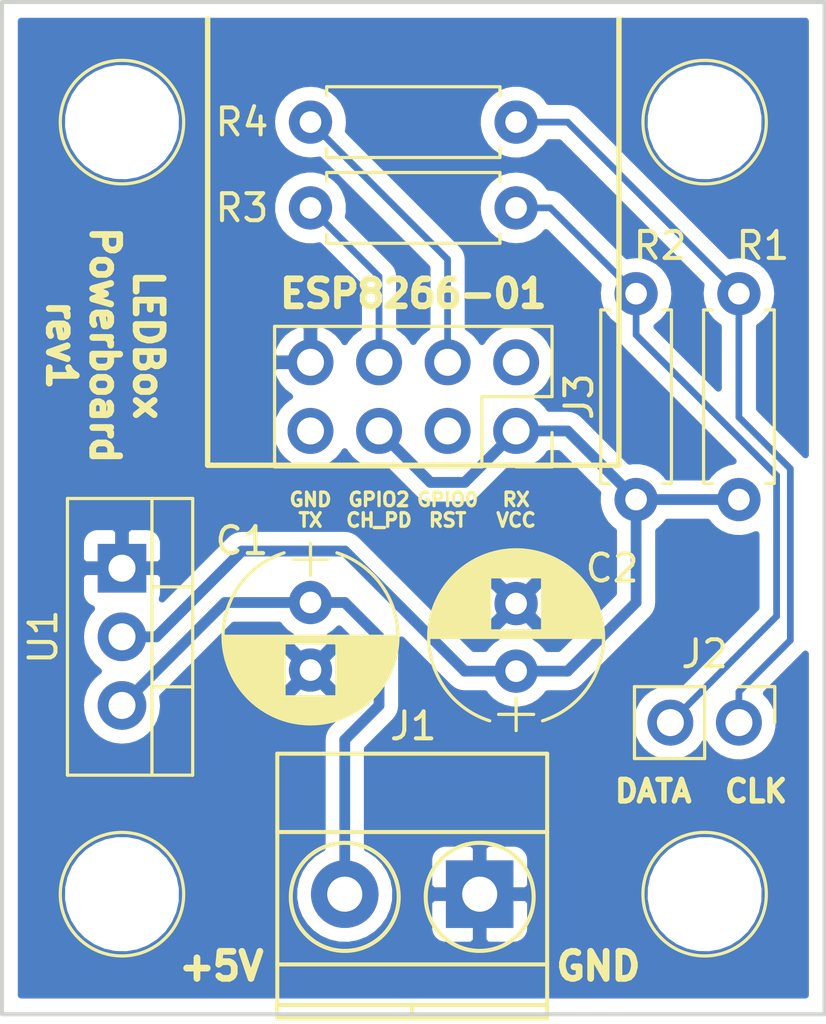
<source format=kicad_pcb>
(kicad_pcb (version 4) (host pcbnew 4.0.6)

  (general
    (links 17)
    (no_connects 0)
    (area 130.734999 81.839999 161.365001 119.455001)
    (thickness 1.6)
    (drawings 25)
    (tracks 38)
    (zones 0)
    (modules 14)
    (nets 11)
  )

  (page A4)
  (layers
    (0 F.Cu signal)
    (31 B.Cu signal)
    (32 B.Adhes user)
    (33 F.Adhes user)
    (34 B.Paste user)
    (35 F.Paste user)
    (36 B.SilkS user)
    (37 F.SilkS user)
    (38 B.Mask user)
    (39 F.Mask user)
    (40 Dwgs.User user)
    (41 Cmts.User user)
    (42 Eco1.User user hide)
    (43 Eco2.User user)
    (44 Edge.Cuts user)
    (45 Margin user)
    (46 B.CrtYd user)
    (47 F.CrtYd user)
    (48 B.Fab user)
    (49 F.Fab user hide)
  )

  (setup
    (last_trace_width 0.25)
    (trace_clearance 0.2)
    (zone_clearance 0.508)
    (zone_45_only no)
    (trace_min 0.2)
    (segment_width 0.2)
    (edge_width 0.15)
    (via_size 0.6)
    (via_drill 0.4)
    (via_min_size 0.4)
    (via_min_drill 0.3)
    (uvia_size 0.3)
    (uvia_drill 0.1)
    (uvias_allowed no)
    (uvia_min_size 0.2)
    (uvia_min_drill 0.1)
    (pcb_text_width 0.3)
    (pcb_text_size 1.5 1.5)
    (mod_edge_width 0.15)
    (mod_text_size 1 1)
    (mod_text_width 0.15)
    (pad_size 2.5 2.5)
    (pad_drill 1.3)
    (pad_to_mask_clearance 0.2)
    (aux_axis_origin 124.46 137.16)
    (grid_origin 129.54 68.58)
    (visible_elements 7FFEFF7F)
    (pcbplotparams
      (layerselection 0x00030_80000001)
      (usegerberextensions false)
      (excludeedgelayer true)
      (linewidth 0.100000)
      (plotframeref false)
      (viasonmask false)
      (mode 1)
      (useauxorigin false)
      (hpglpennumber 1)
      (hpglpenspeed 20)
      (hpglpendiameter 15)
      (hpglpenoverlay 2)
      (psnegative false)
      (psa4output false)
      (plotreference true)
      (plotvalue true)
      (plotinvisibletext false)
      (padsonsilk false)
      (subtractmaskfromsilk false)
      (outputformat 1)
      (mirror false)
      (drillshape 1)
      (scaleselection 1)
      (outputdirectory "D:/Florian/Projects/led tile/"))
  )

  (net 0 "")
  (net 1 +5V)
  (net 2 GND)
  (net 3 +3V3)
  (net 4 "Net-(J3-Pad6)")
  (net 5 CLK)
  (net 6 DATA)
  (net 7 "Net-(J3-Pad4)")
  (net 8 "Net-(J3-Pad2)")
  (net 9 "Net-(J3-Pad3)")
  (net 10 "Net-(J3-Pad7)")

  (net_class Default "This is the default net class."
    (clearance 0.2)
    (trace_width 0.25)
    (via_dia 0.6)
    (via_drill 0.4)
    (uvia_dia 0.3)
    (uvia_drill 0.1)
    (add_net CLK)
    (add_net DATA)
    (add_net "Net-(J3-Pad2)")
    (add_net "Net-(J3-Pad3)")
    (add_net "Net-(J3-Pad4)")
    (add_net "Net-(J3-Pad6)")
    (add_net "Net-(J3-Pad7)")
  )

  (net_class Power ""
    (clearance 0.4)
    (trace_width 0.4)
    (via_dia 0.6)
    (via_drill 0.4)
    (uvia_dia 0.3)
    (uvia_drill 0.1)
    (add_net +3V3)
    (add_net +5V)
    (add_net GND)
  )

  (module Resistors_THT:R_Axial_DIN0207_L6.3mm_D2.5mm_P7.62mm_Horizontal (layer F.Cu) (tedit 58E0D4C9) (tstamp 58D8E820)
    (at 158.115 100.33 90)
    (descr "Resistor, Axial_DIN0207 series, Axial, Horizontal, pin pitch=7.62mm, 0.25W = 1/4W, length*diameter=6.3*2.5mm^2, http://cdn-reichelt.de/documents/datenblatt/B400/1_4W%23YAG.pdf")
    (tags "Resistor Axial_DIN0207 series Axial Horizontal pin pitch 7.62mm 0.25W = 1/4W length 6.3mm diameter 2.5mm")
    (path /58D70D6C)
    (fp_text reference R1 (at 9.398 0.889 180) (layer F.SilkS)
      (effects (font (size 1 1) (thickness 0.15)))
    )
    (fp_text value 3.3k (at 3.81 2.31 90) (layer F.Fab)
      (effects (font (size 1 1) (thickness 0.15)))
    )
    (fp_line (start 0.66 -1.25) (end 0.66 1.25) (layer F.Fab) (width 0.1))
    (fp_line (start 0.66 1.25) (end 6.96 1.25) (layer F.Fab) (width 0.1))
    (fp_line (start 6.96 1.25) (end 6.96 -1.25) (layer F.Fab) (width 0.1))
    (fp_line (start 6.96 -1.25) (end 0.66 -1.25) (layer F.Fab) (width 0.1))
    (fp_line (start 0 0) (end 0.66 0) (layer F.Fab) (width 0.1))
    (fp_line (start 7.62 0) (end 6.96 0) (layer F.Fab) (width 0.1))
    (fp_line (start 0.6 -0.98) (end 0.6 -1.31) (layer F.SilkS) (width 0.12))
    (fp_line (start 0.6 -1.31) (end 7.02 -1.31) (layer F.SilkS) (width 0.12))
    (fp_line (start 7.02 -1.31) (end 7.02 -0.98) (layer F.SilkS) (width 0.12))
    (fp_line (start 0.6 0.98) (end 0.6 1.31) (layer F.SilkS) (width 0.12))
    (fp_line (start 0.6 1.31) (end 7.02 1.31) (layer F.SilkS) (width 0.12))
    (fp_line (start 7.02 1.31) (end 7.02 0.98) (layer F.SilkS) (width 0.12))
    (fp_line (start -1.05 -1.6) (end -1.05 1.6) (layer F.CrtYd) (width 0.05))
    (fp_line (start -1.05 1.6) (end 8.7 1.6) (layer F.CrtYd) (width 0.05))
    (fp_line (start 8.7 1.6) (end 8.7 -1.6) (layer F.CrtYd) (width 0.05))
    (fp_line (start 8.7 -1.6) (end -1.05 -1.6) (layer F.CrtYd) (width 0.05))
    (pad 1 thru_hole circle (at 0 0 90) (size 1.6 1.6) (drill 0.8) (layers *.Cu *.Mask)
      (net 3 +3V3))
    (pad 2 thru_hole oval (at 7.62 0 90) (size 1.6 1.6) (drill 0.8) (layers *.Cu *.Mask)
      (net 5 CLK))
    (model Resistors_THT.3dshapes/R_Axial_DIN0207_L6.3mm_D2.5mm_P7.62mm_Horizontal.wrl
      (at (xyz 0 0 0))
      (scale (xyz 0.393701 0.393701 0.393701))
      (rotate (xyz 0 0 0))
    )
  )

  (module Connectors:1pin (layer F.Cu) (tedit 58E128FA) (tstamp 58DD6F33)
    (at 135.255 86.36)
    (descr "module 1 pin (ou trou mecanique de percage)")
    (tags DEV)
    (fp_text reference REF** (at 0 -3.048) (layer F.SilkS) hide
      (effects (font (size 1 1) (thickness 0.15)))
    )
    (fp_text value 1pin (at 0 3) (layer F.Fab) hide
      (effects (font (size 1 1) (thickness 0.15)))
    )
    (fp_circle (center 0 0) (end 2 0.8) (layer F.Fab) (width 0.1))
    (fp_circle (center 0 0) (end 2.6 0) (layer F.CrtYd) (width 0.05))
    (fp_circle (center 0 0) (end 0 -2.286) (layer F.SilkS) (width 0.12))
    (pad "" np_thru_hole circle (at 0 0) (size 3.2 3.2) (drill 3.2) (layers *.Cu *.Mask)
      (zone_connect 0))
  )

  (module Connectors:1pin (layer F.Cu) (tedit 58E128F3) (tstamp 58DD6F2C)
    (at 156.845 86.36)
    (descr "module 1 pin (ou trou mecanique de percage)")
    (tags DEV)
    (fp_text reference REF** (at 0 -3.048) (layer F.SilkS) hide
      (effects (font (size 1 1) (thickness 0.15)))
    )
    (fp_text value 1pin (at 0 3) (layer F.Fab) hide
      (effects (font (size 1 1) (thickness 0.15)))
    )
    (fp_circle (center 0 0) (end 2 0.8) (layer F.Fab) (width 0.1))
    (fp_circle (center 0 0) (end 2.6 0) (layer F.CrtYd) (width 0.05))
    (fp_circle (center 0 0) (end 0 -2.286) (layer F.SilkS) (width 0.12))
    (pad "" np_thru_hole circle (at 0 0) (size 3.2 3.2) (drill 3.2) (layers *.Cu *.Mask))
  )

  (module Connectors:1pin (layer F.Cu) (tedit 58E128EB) (tstamp 58DD6F14)
    (at 156.845 114.935)
    (descr "module 1 pin (ou trou mecanique de percage)")
    (tags DEV)
    (fp_text reference REF** (at 0 -3.048) (layer F.SilkS) hide
      (effects (font (size 1 1) (thickness 0.15)))
    )
    (fp_text value 1pin (at 0 3) (layer F.Fab) hide
      (effects (font (size 1 1) (thickness 0.15)))
    )
    (fp_circle (center 0 0) (end 2 0.8) (layer F.Fab) (width 0.1))
    (fp_circle (center 0 0) (end 2.6 0) (layer F.CrtYd) (width 0.05))
    (fp_circle (center 0 0) (end 0 -2.286) (layer F.SilkS) (width 0.12))
    (pad "" np_thru_hole circle (at 0 0) (size 3.2 3.2) (drill 3.2) (layers *.Cu *.Mask))
  )

  (module TO_SOT_Packages_THT:TO-220_Vertical (layer F.Cu) (tedit 58E0D447) (tstamp 58DD6050)
    (at 135.255 102.87 270)
    (descr "TO-220, Vertical, RM 2.54mm")
    (tags "TO-220 Vertical RM 2.54mm")
    (path /58D7043D)
    (fp_text reference U1 (at 2.54 2.921 270) (layer F.SilkS)
      (effects (font (size 1 1) (thickness 0.15)))
    )
    (fp_text value LD1117-3.3 (at 2.54 3.92 270) (layer F.Fab)
      (effects (font (size 1 1) (thickness 0.15)))
    )
    (fp_text user %R (at 2.54 -3.62 270) (layer F.Fab)
      (effects (font (size 1 1) (thickness 0.15)))
    )
    (fp_line (start -2.46 -2.5) (end -2.46 1.9) (layer F.Fab) (width 0.1))
    (fp_line (start -2.46 1.9) (end 7.54 1.9) (layer F.Fab) (width 0.1))
    (fp_line (start 7.54 1.9) (end 7.54 -2.5) (layer F.Fab) (width 0.1))
    (fp_line (start 7.54 -2.5) (end -2.46 -2.5) (layer F.Fab) (width 0.1))
    (fp_line (start -2.46 -1.23) (end 7.54 -1.23) (layer F.Fab) (width 0.1))
    (fp_line (start 0.69 -2.5) (end 0.69 -1.23) (layer F.Fab) (width 0.1))
    (fp_line (start 4.39 -2.5) (end 4.39 -1.23) (layer F.Fab) (width 0.1))
    (fp_line (start -2.58 -2.62) (end 7.66 -2.62) (layer F.SilkS) (width 0.12))
    (fp_line (start -2.58 2.021) (end 7.66 2.021) (layer F.SilkS) (width 0.12))
    (fp_line (start -2.58 -2.62) (end -2.58 2.021) (layer F.SilkS) (width 0.12))
    (fp_line (start 7.66 -2.62) (end 7.66 2.021) (layer F.SilkS) (width 0.12))
    (fp_line (start -2.58 -1.11) (end 7.66 -1.11) (layer F.SilkS) (width 0.12))
    (fp_line (start 0.69 -2.62) (end 0.69 -1.11) (layer F.SilkS) (width 0.12))
    (fp_line (start 4.391 -2.62) (end 4.391 -1.11) (layer F.SilkS) (width 0.12))
    (fp_line (start -2.71 -2.75) (end -2.71 2.16) (layer F.CrtYd) (width 0.05))
    (fp_line (start -2.71 2.16) (end 7.79 2.16) (layer F.CrtYd) (width 0.05))
    (fp_line (start 7.79 2.16) (end 7.79 -2.75) (layer F.CrtYd) (width 0.05))
    (fp_line (start 7.79 -2.75) (end -2.71 -2.75) (layer F.CrtYd) (width 0.05))
    (pad 1 thru_hole rect (at 0 0 270) (size 1.8 1.8) (drill 1) (layers *.Cu *.Mask)
      (net 2 GND))
    (pad 2 thru_hole oval (at 2.54 0 270) (size 1.8 1.8) (drill 1) (layers *.Cu *.Mask)
      (net 3 +3V3))
    (pad 3 thru_hole oval (at 5.08 0 270) (size 1.8 1.8) (drill 1) (layers *.Cu *.Mask)
      (net 1 +5V))
    (model ${KISYS3DMOD}/TO_SOT_Packages_THT.3dshapes/TO-220_Vertical.wrl
      (at (xyz 0.1 0 0))
      (scale (xyz 0.393701 0.393701 0.393701))
      (rotate (xyz 0 0 0))
    )
  )

  (module Capacitors_THT:CP_Radial_D6.3mm_P2.50mm (layer F.Cu) (tedit 58EC6450) (tstamp 58D8E816)
    (at 142.24 104.14 270)
    (descr "CP, Radial series, Radial, pin pitch=2.50mm, , diameter=6.3mm, Electrolytic Capacitor")
    (tags "CP Radial series Radial pin pitch 2.50mm  diameter 6.3mm Electrolytic Capacitor")
    (path /58D84DBC)
    (fp_text reference C1 (at -2.286 2.54 360) (layer F.SilkS)
      (effects (font (size 1 1) (thickness 0.15)))
    )
    (fp_text value 10uF (at 1.25 4.21 270) (layer F.Fab)
      (effects (font (size 1 1) (thickness 0.15)))
    )
    (fp_arc (start 1.25 0) (end -1.838236 -0.98) (angle 144.8) (layer F.SilkS) (width 0.12))
    (fp_arc (start 1.25 0) (end -1.838236 0.98) (angle -144.8) (layer F.SilkS) (width 0.12))
    (fp_arc (start 1.25 0) (end 4.338236 -0.98) (angle 35.2) (layer F.SilkS) (width 0.12))
    (fp_circle (center 1.25 0) (end 4.4 0) (layer F.Fab) (width 0.1))
    (fp_line (start -2.2 0) (end -1 0) (layer F.Fab) (width 0.1))
    (fp_line (start -1.6 -0.65) (end -1.6 0.65) (layer F.Fab) (width 0.1))
    (fp_line (start 1.25 -3.2) (end 1.25 3.2) (layer F.SilkS) (width 0.12))
    (fp_line (start 1.29 -3.2) (end 1.29 3.2) (layer F.SilkS) (width 0.12))
    (fp_line (start 1.33 -3.2) (end 1.33 3.2) (layer F.SilkS) (width 0.12))
    (fp_line (start 1.37 -3.198) (end 1.37 3.198) (layer F.SilkS) (width 0.12))
    (fp_line (start 1.41 -3.197) (end 1.41 3.197) (layer F.SilkS) (width 0.12))
    (fp_line (start 1.45 -3.194) (end 1.45 3.194) (layer F.SilkS) (width 0.12))
    (fp_line (start 1.49 -3.192) (end 1.49 3.192) (layer F.SilkS) (width 0.12))
    (fp_line (start 1.53 -3.188) (end 1.53 -0.98) (layer F.SilkS) (width 0.12))
    (fp_line (start 1.53 0.98) (end 1.53 3.188) (layer F.SilkS) (width 0.12))
    (fp_line (start 1.57 -3.185) (end 1.57 -0.98) (layer F.SilkS) (width 0.12))
    (fp_line (start 1.57 0.98) (end 1.57 3.185) (layer F.SilkS) (width 0.12))
    (fp_line (start 1.61 -3.18) (end 1.61 -0.98) (layer F.SilkS) (width 0.12))
    (fp_line (start 1.61 0.98) (end 1.61 3.18) (layer F.SilkS) (width 0.12))
    (fp_line (start 1.65 -3.176) (end 1.65 -0.98) (layer F.SilkS) (width 0.12))
    (fp_line (start 1.65 0.98) (end 1.65 3.176) (layer F.SilkS) (width 0.12))
    (fp_line (start 1.69 -3.17) (end 1.69 -0.98) (layer F.SilkS) (width 0.12))
    (fp_line (start 1.69 0.98) (end 1.69 3.17) (layer F.SilkS) (width 0.12))
    (fp_line (start 1.73 -3.165) (end 1.73 -0.98) (layer F.SilkS) (width 0.12))
    (fp_line (start 1.73 0.98) (end 1.73 3.165) (layer F.SilkS) (width 0.12))
    (fp_line (start 1.77 -3.158) (end 1.77 -0.98) (layer F.SilkS) (width 0.12))
    (fp_line (start 1.77 0.98) (end 1.77 3.158) (layer F.SilkS) (width 0.12))
    (fp_line (start 1.81 -3.152) (end 1.81 -0.98) (layer F.SilkS) (width 0.12))
    (fp_line (start 1.81 0.98) (end 1.81 3.152) (layer F.SilkS) (width 0.12))
    (fp_line (start 1.85 -3.144) (end 1.85 -0.98) (layer F.SilkS) (width 0.12))
    (fp_line (start 1.85 0.98) (end 1.85 3.144) (layer F.SilkS) (width 0.12))
    (fp_line (start 1.89 -3.137) (end 1.89 -0.98) (layer F.SilkS) (width 0.12))
    (fp_line (start 1.89 0.98) (end 1.89 3.137) (layer F.SilkS) (width 0.12))
    (fp_line (start 1.93 -3.128) (end 1.93 -0.98) (layer F.SilkS) (width 0.12))
    (fp_line (start 1.93 0.98) (end 1.93 3.128) (layer F.SilkS) (width 0.12))
    (fp_line (start 1.971 -3.119) (end 1.971 -0.98) (layer F.SilkS) (width 0.12))
    (fp_line (start 1.971 0.98) (end 1.971 3.119) (layer F.SilkS) (width 0.12))
    (fp_line (start 2.011 -3.11) (end 2.011 -0.98) (layer F.SilkS) (width 0.12))
    (fp_line (start 2.011 0.98) (end 2.011 3.11) (layer F.SilkS) (width 0.12))
    (fp_line (start 2.051 -3.1) (end 2.051 -0.98) (layer F.SilkS) (width 0.12))
    (fp_line (start 2.051 0.98) (end 2.051 3.1) (layer F.SilkS) (width 0.12))
    (fp_line (start 2.091 -3.09) (end 2.091 -0.98) (layer F.SilkS) (width 0.12))
    (fp_line (start 2.091 0.98) (end 2.091 3.09) (layer F.SilkS) (width 0.12))
    (fp_line (start 2.131 -3.079) (end 2.131 -0.98) (layer F.SilkS) (width 0.12))
    (fp_line (start 2.131 0.98) (end 2.131 3.079) (layer F.SilkS) (width 0.12))
    (fp_line (start 2.171 -3.067) (end 2.171 -0.98) (layer F.SilkS) (width 0.12))
    (fp_line (start 2.171 0.98) (end 2.171 3.067) (layer F.SilkS) (width 0.12))
    (fp_line (start 2.211 -3.055) (end 2.211 -0.98) (layer F.SilkS) (width 0.12))
    (fp_line (start 2.211 0.98) (end 2.211 3.055) (layer F.SilkS) (width 0.12))
    (fp_line (start 2.251 -3.042) (end 2.251 -0.98) (layer F.SilkS) (width 0.12))
    (fp_line (start 2.251 0.98) (end 2.251 3.042) (layer F.SilkS) (width 0.12))
    (fp_line (start 2.291 -3.029) (end 2.291 -0.98) (layer F.SilkS) (width 0.12))
    (fp_line (start 2.291 0.98) (end 2.291 3.029) (layer F.SilkS) (width 0.12))
    (fp_line (start 2.331 -3.015) (end 2.331 -0.98) (layer F.SilkS) (width 0.12))
    (fp_line (start 2.331 0.98) (end 2.331 3.015) (layer F.SilkS) (width 0.12))
    (fp_line (start 2.371 -3.001) (end 2.371 -0.98) (layer F.SilkS) (width 0.12))
    (fp_line (start 2.371 0.98) (end 2.371 3.001) (layer F.SilkS) (width 0.12))
    (fp_line (start 2.411 -2.986) (end 2.411 -0.98) (layer F.SilkS) (width 0.12))
    (fp_line (start 2.411 0.98) (end 2.411 2.986) (layer F.SilkS) (width 0.12))
    (fp_line (start 2.451 -2.97) (end 2.451 -0.98) (layer F.SilkS) (width 0.12))
    (fp_line (start 2.451 0.98) (end 2.451 2.97) (layer F.SilkS) (width 0.12))
    (fp_line (start 2.491 -2.954) (end 2.491 -0.98) (layer F.SilkS) (width 0.12))
    (fp_line (start 2.491 0.98) (end 2.491 2.954) (layer F.SilkS) (width 0.12))
    (fp_line (start 2.531 -2.937) (end 2.531 -0.98) (layer F.SilkS) (width 0.12))
    (fp_line (start 2.531 0.98) (end 2.531 2.937) (layer F.SilkS) (width 0.12))
    (fp_line (start 2.571 -2.919) (end 2.571 -0.98) (layer F.SilkS) (width 0.12))
    (fp_line (start 2.571 0.98) (end 2.571 2.919) (layer F.SilkS) (width 0.12))
    (fp_line (start 2.611 -2.901) (end 2.611 -0.98) (layer F.SilkS) (width 0.12))
    (fp_line (start 2.611 0.98) (end 2.611 2.901) (layer F.SilkS) (width 0.12))
    (fp_line (start 2.651 -2.882) (end 2.651 -0.98) (layer F.SilkS) (width 0.12))
    (fp_line (start 2.651 0.98) (end 2.651 2.882) (layer F.SilkS) (width 0.12))
    (fp_line (start 2.691 -2.863) (end 2.691 -0.98) (layer F.SilkS) (width 0.12))
    (fp_line (start 2.691 0.98) (end 2.691 2.863) (layer F.SilkS) (width 0.12))
    (fp_line (start 2.731 -2.843) (end 2.731 -0.98) (layer F.SilkS) (width 0.12))
    (fp_line (start 2.731 0.98) (end 2.731 2.843) (layer F.SilkS) (width 0.12))
    (fp_line (start 2.771 -2.822) (end 2.771 -0.98) (layer F.SilkS) (width 0.12))
    (fp_line (start 2.771 0.98) (end 2.771 2.822) (layer F.SilkS) (width 0.12))
    (fp_line (start 2.811 -2.8) (end 2.811 -0.98) (layer F.SilkS) (width 0.12))
    (fp_line (start 2.811 0.98) (end 2.811 2.8) (layer F.SilkS) (width 0.12))
    (fp_line (start 2.851 -2.778) (end 2.851 -0.98) (layer F.SilkS) (width 0.12))
    (fp_line (start 2.851 0.98) (end 2.851 2.778) (layer F.SilkS) (width 0.12))
    (fp_line (start 2.891 -2.755) (end 2.891 -0.98) (layer F.SilkS) (width 0.12))
    (fp_line (start 2.891 0.98) (end 2.891 2.755) (layer F.SilkS) (width 0.12))
    (fp_line (start 2.931 -2.731) (end 2.931 -0.98) (layer F.SilkS) (width 0.12))
    (fp_line (start 2.931 0.98) (end 2.931 2.731) (layer F.SilkS) (width 0.12))
    (fp_line (start 2.971 -2.706) (end 2.971 -0.98) (layer F.SilkS) (width 0.12))
    (fp_line (start 2.971 0.98) (end 2.971 2.706) (layer F.SilkS) (width 0.12))
    (fp_line (start 3.011 -2.681) (end 3.011 -0.98) (layer F.SilkS) (width 0.12))
    (fp_line (start 3.011 0.98) (end 3.011 2.681) (layer F.SilkS) (width 0.12))
    (fp_line (start 3.051 -2.654) (end 3.051 -0.98) (layer F.SilkS) (width 0.12))
    (fp_line (start 3.051 0.98) (end 3.051 2.654) (layer F.SilkS) (width 0.12))
    (fp_line (start 3.091 -2.627) (end 3.091 -0.98) (layer F.SilkS) (width 0.12))
    (fp_line (start 3.091 0.98) (end 3.091 2.627) (layer F.SilkS) (width 0.12))
    (fp_line (start 3.131 -2.599) (end 3.131 -0.98) (layer F.SilkS) (width 0.12))
    (fp_line (start 3.131 0.98) (end 3.131 2.599) (layer F.SilkS) (width 0.12))
    (fp_line (start 3.171 -2.57) (end 3.171 -0.98) (layer F.SilkS) (width 0.12))
    (fp_line (start 3.171 0.98) (end 3.171 2.57) (layer F.SilkS) (width 0.12))
    (fp_line (start 3.211 -2.54) (end 3.211 -0.98) (layer F.SilkS) (width 0.12))
    (fp_line (start 3.211 0.98) (end 3.211 2.54) (layer F.SilkS) (width 0.12))
    (fp_line (start 3.251 -2.51) (end 3.251 -0.98) (layer F.SilkS) (width 0.12))
    (fp_line (start 3.251 0.98) (end 3.251 2.51) (layer F.SilkS) (width 0.12))
    (fp_line (start 3.291 -2.478) (end 3.291 -0.98) (layer F.SilkS) (width 0.12))
    (fp_line (start 3.291 0.98) (end 3.291 2.478) (layer F.SilkS) (width 0.12))
    (fp_line (start 3.331 -2.445) (end 3.331 -0.98) (layer F.SilkS) (width 0.12))
    (fp_line (start 3.331 0.98) (end 3.331 2.445) (layer F.SilkS) (width 0.12))
    (fp_line (start 3.371 -2.411) (end 3.371 -0.98) (layer F.SilkS) (width 0.12))
    (fp_line (start 3.371 0.98) (end 3.371 2.411) (layer F.SilkS) (width 0.12))
    (fp_line (start 3.411 -2.375) (end 3.411 -0.98) (layer F.SilkS) (width 0.12))
    (fp_line (start 3.411 0.98) (end 3.411 2.375) (layer F.SilkS) (width 0.12))
    (fp_line (start 3.451 -2.339) (end 3.451 -0.98) (layer F.SilkS) (width 0.12))
    (fp_line (start 3.451 0.98) (end 3.451 2.339) (layer F.SilkS) (width 0.12))
    (fp_line (start 3.491 -2.301) (end 3.491 2.301) (layer F.SilkS) (width 0.12))
    (fp_line (start 3.531 -2.262) (end 3.531 2.262) (layer F.SilkS) (width 0.12))
    (fp_line (start 3.571 -2.222) (end 3.571 2.222) (layer F.SilkS) (width 0.12))
    (fp_line (start 3.611 -2.18) (end 3.611 2.18) (layer F.SilkS) (width 0.12))
    (fp_line (start 3.651 -2.137) (end 3.651 2.137) (layer F.SilkS) (width 0.12))
    (fp_line (start 3.691 -2.092) (end 3.691 2.092) (layer F.SilkS) (width 0.12))
    (fp_line (start 3.731 -2.045) (end 3.731 2.045) (layer F.SilkS) (width 0.12))
    (fp_line (start 3.771 -1.997) (end 3.771 1.997) (layer F.SilkS) (width 0.12))
    (fp_line (start 3.811 -1.946) (end 3.811 1.946) (layer F.SilkS) (width 0.12))
    (fp_line (start 3.851 -1.894) (end 3.851 1.894) (layer F.SilkS) (width 0.12))
    (fp_line (start 3.891 -1.839) (end 3.891 1.839) (layer F.SilkS) (width 0.12))
    (fp_line (start 3.931 -1.781) (end 3.931 1.781) (layer F.SilkS) (width 0.12))
    (fp_line (start 3.971 -1.721) (end 3.971 1.721) (layer F.SilkS) (width 0.12))
    (fp_line (start 4.011 -1.658) (end 4.011 1.658) (layer F.SilkS) (width 0.12))
    (fp_line (start 4.051 -1.591) (end 4.051 1.591) (layer F.SilkS) (width 0.12))
    (fp_line (start 4.091 -1.52) (end 4.091 1.52) (layer F.SilkS) (width 0.12))
    (fp_line (start 4.131 -1.445) (end 4.131 1.445) (layer F.SilkS) (width 0.12))
    (fp_line (start 4.171 -1.364) (end 4.171 1.364) (layer F.SilkS) (width 0.12))
    (fp_line (start 4.211 -1.278) (end 4.211 1.278) (layer F.SilkS) (width 0.12))
    (fp_line (start 4.251 -1.184) (end 4.251 1.184) (layer F.SilkS) (width 0.12))
    (fp_line (start 4.291 -1.081) (end 4.291 1.081) (layer F.SilkS) (width 0.12))
    (fp_line (start 4.331 -0.966) (end 4.331 0.966) (layer F.SilkS) (width 0.12))
    (fp_line (start 4.371 -0.834) (end 4.371 0.834) (layer F.SilkS) (width 0.12))
    (fp_line (start 4.411 -0.676) (end 4.411 0.676) (layer F.SilkS) (width 0.12))
    (fp_line (start 4.451 -0.468) (end 4.451 0.468) (layer F.SilkS) (width 0.12))
    (fp_line (start -2.2 0) (end -1 0) (layer F.SilkS) (width 0.12))
    (fp_line (start -1.6 -0.65) (end -1.6 0.65) (layer F.SilkS) (width 0.12))
    (fp_line (start -2.25 -3.5) (end -2.25 3.5) (layer F.CrtYd) (width 0.05))
    (fp_line (start -2.25 3.5) (end 4.75 3.5) (layer F.CrtYd) (width 0.05))
    (fp_line (start 4.75 3.5) (end 4.75 -3.5) (layer F.CrtYd) (width 0.05))
    (fp_line (start 4.75 -3.5) (end -2.25 -3.5) (layer F.CrtYd) (width 0.05))
    (pad 1 thru_hole circle (at 0 0 270) (size 1.6 1.6) (drill 0.8) (layers *.Cu *.Mask)
      (net 1 +5V) (zone_connect 2))
    (pad 2 thru_hole circle (at 2.5 0 270) (size 1.6 1.6) (drill 0.8) (layers *.Cu *.Mask)
      (net 2 GND) (zone_connect 1))
    (model Capacitors_THT.3dshapes/CP_Radial_D6.3mm_P2.50mm.wrl
      (at (xyz 0 0 0))
      (scale (xyz 0.393701 0.393701 0.393701))
      (rotate (xyz 0 0 0))
    )
  )

  (module Capacitors_THT:CP_Radial_D6.3mm_P2.50mm (layer F.Cu) (tedit 58EC643D) (tstamp 58D8E81B)
    (at 149.86 106.68 90)
    (descr "CP, Radial series, Radial, pin pitch=2.50mm, , diameter=6.3mm, Electrolytic Capacitor")
    (tags "CP Radial series Radial pin pitch 2.50mm  diameter 6.3mm Electrolytic Capacitor")
    (path /58D84E81)
    (fp_text reference C2 (at 3.81 3.556 180) (layer F.SilkS)
      (effects (font (size 1 1) (thickness 0.15)))
    )
    (fp_text value 1uF (at 1.25 4.21 90) (layer F.Fab)
      (effects (font (size 1 1) (thickness 0.15)))
    )
    (fp_arc (start 1.25 0) (end -1.838236 -0.98) (angle 144.8) (layer F.SilkS) (width 0.12))
    (fp_arc (start 1.25 0) (end -1.838236 0.98) (angle -144.8) (layer F.SilkS) (width 0.12))
    (fp_arc (start 1.25 0) (end 4.338236 -0.98) (angle 35.2) (layer F.SilkS) (width 0.12))
    (fp_circle (center 1.25 0) (end 4.4 0) (layer F.Fab) (width 0.1))
    (fp_line (start -2.2 0) (end -1 0) (layer F.Fab) (width 0.1))
    (fp_line (start -1.6 -0.65) (end -1.6 0.65) (layer F.Fab) (width 0.1))
    (fp_line (start 1.25 -3.2) (end 1.25 3.2) (layer F.SilkS) (width 0.12))
    (fp_line (start 1.29 -3.2) (end 1.29 3.2) (layer F.SilkS) (width 0.12))
    (fp_line (start 1.33 -3.2) (end 1.33 3.2) (layer F.SilkS) (width 0.12))
    (fp_line (start 1.37 -3.198) (end 1.37 3.198) (layer F.SilkS) (width 0.12))
    (fp_line (start 1.41 -3.197) (end 1.41 3.197) (layer F.SilkS) (width 0.12))
    (fp_line (start 1.45 -3.194) (end 1.45 3.194) (layer F.SilkS) (width 0.12))
    (fp_line (start 1.49 -3.192) (end 1.49 3.192) (layer F.SilkS) (width 0.12))
    (fp_line (start 1.53 -3.188) (end 1.53 -0.98) (layer F.SilkS) (width 0.12))
    (fp_line (start 1.53 0.98) (end 1.53 3.188) (layer F.SilkS) (width 0.12))
    (fp_line (start 1.57 -3.185) (end 1.57 -0.98) (layer F.SilkS) (width 0.12))
    (fp_line (start 1.57 0.98) (end 1.57 3.185) (layer F.SilkS) (width 0.12))
    (fp_line (start 1.61 -3.18) (end 1.61 -0.98) (layer F.SilkS) (width 0.12))
    (fp_line (start 1.61 0.98) (end 1.61 3.18) (layer F.SilkS) (width 0.12))
    (fp_line (start 1.65 -3.176) (end 1.65 -0.98) (layer F.SilkS) (width 0.12))
    (fp_line (start 1.65 0.98) (end 1.65 3.176) (layer F.SilkS) (width 0.12))
    (fp_line (start 1.69 -3.17) (end 1.69 -0.98) (layer F.SilkS) (width 0.12))
    (fp_line (start 1.69 0.98) (end 1.69 3.17) (layer F.SilkS) (width 0.12))
    (fp_line (start 1.73 -3.165) (end 1.73 -0.98) (layer F.SilkS) (width 0.12))
    (fp_line (start 1.73 0.98) (end 1.73 3.165) (layer F.SilkS) (width 0.12))
    (fp_line (start 1.77 -3.158) (end 1.77 -0.98) (layer F.SilkS) (width 0.12))
    (fp_line (start 1.77 0.98) (end 1.77 3.158) (layer F.SilkS) (width 0.12))
    (fp_line (start 1.81 -3.152) (end 1.81 -0.98) (layer F.SilkS) (width 0.12))
    (fp_line (start 1.81 0.98) (end 1.81 3.152) (layer F.SilkS) (width 0.12))
    (fp_line (start 1.85 -3.144) (end 1.85 -0.98) (layer F.SilkS) (width 0.12))
    (fp_line (start 1.85 0.98) (end 1.85 3.144) (layer F.SilkS) (width 0.12))
    (fp_line (start 1.89 -3.137) (end 1.89 -0.98) (layer F.SilkS) (width 0.12))
    (fp_line (start 1.89 0.98) (end 1.89 3.137) (layer F.SilkS) (width 0.12))
    (fp_line (start 1.93 -3.128) (end 1.93 -0.98) (layer F.SilkS) (width 0.12))
    (fp_line (start 1.93 0.98) (end 1.93 3.128) (layer F.SilkS) (width 0.12))
    (fp_line (start 1.971 -3.119) (end 1.971 -0.98) (layer F.SilkS) (width 0.12))
    (fp_line (start 1.971 0.98) (end 1.971 3.119) (layer F.SilkS) (width 0.12))
    (fp_line (start 2.011 -3.11) (end 2.011 -0.98) (layer F.SilkS) (width 0.12))
    (fp_line (start 2.011 0.98) (end 2.011 3.11) (layer F.SilkS) (width 0.12))
    (fp_line (start 2.051 -3.1) (end 2.051 -0.98) (layer F.SilkS) (width 0.12))
    (fp_line (start 2.051 0.98) (end 2.051 3.1) (layer F.SilkS) (width 0.12))
    (fp_line (start 2.091 -3.09) (end 2.091 -0.98) (layer F.SilkS) (width 0.12))
    (fp_line (start 2.091 0.98) (end 2.091 3.09) (layer F.SilkS) (width 0.12))
    (fp_line (start 2.131 -3.079) (end 2.131 -0.98) (layer F.SilkS) (width 0.12))
    (fp_line (start 2.131 0.98) (end 2.131 3.079) (layer F.SilkS) (width 0.12))
    (fp_line (start 2.171 -3.067) (end 2.171 -0.98) (layer F.SilkS) (width 0.12))
    (fp_line (start 2.171 0.98) (end 2.171 3.067) (layer F.SilkS) (width 0.12))
    (fp_line (start 2.211 -3.055) (end 2.211 -0.98) (layer F.SilkS) (width 0.12))
    (fp_line (start 2.211 0.98) (end 2.211 3.055) (layer F.SilkS) (width 0.12))
    (fp_line (start 2.251 -3.042) (end 2.251 -0.98) (layer F.SilkS) (width 0.12))
    (fp_line (start 2.251 0.98) (end 2.251 3.042) (layer F.SilkS) (width 0.12))
    (fp_line (start 2.291 -3.029) (end 2.291 -0.98) (layer F.SilkS) (width 0.12))
    (fp_line (start 2.291 0.98) (end 2.291 3.029) (layer F.SilkS) (width 0.12))
    (fp_line (start 2.331 -3.015) (end 2.331 -0.98) (layer F.SilkS) (width 0.12))
    (fp_line (start 2.331 0.98) (end 2.331 3.015) (layer F.SilkS) (width 0.12))
    (fp_line (start 2.371 -3.001) (end 2.371 -0.98) (layer F.SilkS) (width 0.12))
    (fp_line (start 2.371 0.98) (end 2.371 3.001) (layer F.SilkS) (width 0.12))
    (fp_line (start 2.411 -2.986) (end 2.411 -0.98) (layer F.SilkS) (width 0.12))
    (fp_line (start 2.411 0.98) (end 2.411 2.986) (layer F.SilkS) (width 0.12))
    (fp_line (start 2.451 -2.97) (end 2.451 -0.98) (layer F.SilkS) (width 0.12))
    (fp_line (start 2.451 0.98) (end 2.451 2.97) (layer F.SilkS) (width 0.12))
    (fp_line (start 2.491 -2.954) (end 2.491 -0.98) (layer F.SilkS) (width 0.12))
    (fp_line (start 2.491 0.98) (end 2.491 2.954) (layer F.SilkS) (width 0.12))
    (fp_line (start 2.531 -2.937) (end 2.531 -0.98) (layer F.SilkS) (width 0.12))
    (fp_line (start 2.531 0.98) (end 2.531 2.937) (layer F.SilkS) (width 0.12))
    (fp_line (start 2.571 -2.919) (end 2.571 -0.98) (layer F.SilkS) (width 0.12))
    (fp_line (start 2.571 0.98) (end 2.571 2.919) (layer F.SilkS) (width 0.12))
    (fp_line (start 2.611 -2.901) (end 2.611 -0.98) (layer F.SilkS) (width 0.12))
    (fp_line (start 2.611 0.98) (end 2.611 2.901) (layer F.SilkS) (width 0.12))
    (fp_line (start 2.651 -2.882) (end 2.651 -0.98) (layer F.SilkS) (width 0.12))
    (fp_line (start 2.651 0.98) (end 2.651 2.882) (layer F.SilkS) (width 0.12))
    (fp_line (start 2.691 -2.863) (end 2.691 -0.98) (layer F.SilkS) (width 0.12))
    (fp_line (start 2.691 0.98) (end 2.691 2.863) (layer F.SilkS) (width 0.12))
    (fp_line (start 2.731 -2.843) (end 2.731 -0.98) (layer F.SilkS) (width 0.12))
    (fp_line (start 2.731 0.98) (end 2.731 2.843) (layer F.SilkS) (width 0.12))
    (fp_line (start 2.771 -2.822) (end 2.771 -0.98) (layer F.SilkS) (width 0.12))
    (fp_line (start 2.771 0.98) (end 2.771 2.822) (layer F.SilkS) (width 0.12))
    (fp_line (start 2.811 -2.8) (end 2.811 -0.98) (layer F.SilkS) (width 0.12))
    (fp_line (start 2.811 0.98) (end 2.811 2.8) (layer F.SilkS) (width 0.12))
    (fp_line (start 2.851 -2.778) (end 2.851 -0.98) (layer F.SilkS) (width 0.12))
    (fp_line (start 2.851 0.98) (end 2.851 2.778) (layer F.SilkS) (width 0.12))
    (fp_line (start 2.891 -2.755) (end 2.891 -0.98) (layer F.SilkS) (width 0.12))
    (fp_line (start 2.891 0.98) (end 2.891 2.755) (layer F.SilkS) (width 0.12))
    (fp_line (start 2.931 -2.731) (end 2.931 -0.98) (layer F.SilkS) (width 0.12))
    (fp_line (start 2.931 0.98) (end 2.931 2.731) (layer F.SilkS) (width 0.12))
    (fp_line (start 2.971 -2.706) (end 2.971 -0.98) (layer F.SilkS) (width 0.12))
    (fp_line (start 2.971 0.98) (end 2.971 2.706) (layer F.SilkS) (width 0.12))
    (fp_line (start 3.011 -2.681) (end 3.011 -0.98) (layer F.SilkS) (width 0.12))
    (fp_line (start 3.011 0.98) (end 3.011 2.681) (layer F.SilkS) (width 0.12))
    (fp_line (start 3.051 -2.654) (end 3.051 -0.98) (layer F.SilkS) (width 0.12))
    (fp_line (start 3.051 0.98) (end 3.051 2.654) (layer F.SilkS) (width 0.12))
    (fp_line (start 3.091 -2.627) (end 3.091 -0.98) (layer F.SilkS) (width 0.12))
    (fp_line (start 3.091 0.98) (end 3.091 2.627) (layer F.SilkS) (width 0.12))
    (fp_line (start 3.131 -2.599) (end 3.131 -0.98) (layer F.SilkS) (width 0.12))
    (fp_line (start 3.131 0.98) (end 3.131 2.599) (layer F.SilkS) (width 0.12))
    (fp_line (start 3.171 -2.57) (end 3.171 -0.98) (layer F.SilkS) (width 0.12))
    (fp_line (start 3.171 0.98) (end 3.171 2.57) (layer F.SilkS) (width 0.12))
    (fp_line (start 3.211 -2.54) (end 3.211 -0.98) (layer F.SilkS) (width 0.12))
    (fp_line (start 3.211 0.98) (end 3.211 2.54) (layer F.SilkS) (width 0.12))
    (fp_line (start 3.251 -2.51) (end 3.251 -0.98) (layer F.SilkS) (width 0.12))
    (fp_line (start 3.251 0.98) (end 3.251 2.51) (layer F.SilkS) (width 0.12))
    (fp_line (start 3.291 -2.478) (end 3.291 -0.98) (layer F.SilkS) (width 0.12))
    (fp_line (start 3.291 0.98) (end 3.291 2.478) (layer F.SilkS) (width 0.12))
    (fp_line (start 3.331 -2.445) (end 3.331 -0.98) (layer F.SilkS) (width 0.12))
    (fp_line (start 3.331 0.98) (end 3.331 2.445) (layer F.SilkS) (width 0.12))
    (fp_line (start 3.371 -2.411) (end 3.371 -0.98) (layer F.SilkS) (width 0.12))
    (fp_line (start 3.371 0.98) (end 3.371 2.411) (layer F.SilkS) (width 0.12))
    (fp_line (start 3.411 -2.375) (end 3.411 -0.98) (layer F.SilkS) (width 0.12))
    (fp_line (start 3.411 0.98) (end 3.411 2.375) (layer F.SilkS) (width 0.12))
    (fp_line (start 3.451 -2.339) (end 3.451 -0.98) (layer F.SilkS) (width 0.12))
    (fp_line (start 3.451 0.98) (end 3.451 2.339) (layer F.SilkS) (width 0.12))
    (fp_line (start 3.491 -2.301) (end 3.491 2.301) (layer F.SilkS) (width 0.12))
    (fp_line (start 3.531 -2.262) (end 3.531 2.262) (layer F.SilkS) (width 0.12))
    (fp_line (start 3.571 -2.222) (end 3.571 2.222) (layer F.SilkS) (width 0.12))
    (fp_line (start 3.611 -2.18) (end 3.611 2.18) (layer F.SilkS) (width 0.12))
    (fp_line (start 3.651 -2.137) (end 3.651 2.137) (layer F.SilkS) (width 0.12))
    (fp_line (start 3.691 -2.092) (end 3.691 2.092) (layer F.SilkS) (width 0.12))
    (fp_line (start 3.731 -2.045) (end 3.731 2.045) (layer F.SilkS) (width 0.12))
    (fp_line (start 3.771 -1.997) (end 3.771 1.997) (layer F.SilkS) (width 0.12))
    (fp_line (start 3.811 -1.946) (end 3.811 1.946) (layer F.SilkS) (width 0.12))
    (fp_line (start 3.851 -1.894) (end 3.851 1.894) (layer F.SilkS) (width 0.12))
    (fp_line (start 3.891 -1.839) (end 3.891 1.839) (layer F.SilkS) (width 0.12))
    (fp_line (start 3.931 -1.781) (end 3.931 1.781) (layer F.SilkS) (width 0.12))
    (fp_line (start 3.971 -1.721) (end 3.971 1.721) (layer F.SilkS) (width 0.12))
    (fp_line (start 4.011 -1.658) (end 4.011 1.658) (layer F.SilkS) (width 0.12))
    (fp_line (start 4.051 -1.591) (end 4.051 1.591) (layer F.SilkS) (width 0.12))
    (fp_line (start 4.091 -1.52) (end 4.091 1.52) (layer F.SilkS) (width 0.12))
    (fp_line (start 4.131 -1.445) (end 4.131 1.445) (layer F.SilkS) (width 0.12))
    (fp_line (start 4.171 -1.364) (end 4.171 1.364) (layer F.SilkS) (width 0.12))
    (fp_line (start 4.211 -1.278) (end 4.211 1.278) (layer F.SilkS) (width 0.12))
    (fp_line (start 4.251 -1.184) (end 4.251 1.184) (layer F.SilkS) (width 0.12))
    (fp_line (start 4.291 -1.081) (end 4.291 1.081) (layer F.SilkS) (width 0.12))
    (fp_line (start 4.331 -0.966) (end 4.331 0.966) (layer F.SilkS) (width 0.12))
    (fp_line (start 4.371 -0.834) (end 4.371 0.834) (layer F.SilkS) (width 0.12))
    (fp_line (start 4.411 -0.676) (end 4.411 0.676) (layer F.SilkS) (width 0.12))
    (fp_line (start 4.451 -0.468) (end 4.451 0.468) (layer F.SilkS) (width 0.12))
    (fp_line (start -2.2 0) (end -1 0) (layer F.SilkS) (width 0.12))
    (fp_line (start -1.6 -0.65) (end -1.6 0.65) (layer F.SilkS) (width 0.12))
    (fp_line (start -2.25 -3.5) (end -2.25 3.5) (layer F.CrtYd) (width 0.05))
    (fp_line (start -2.25 3.5) (end 4.75 3.5) (layer F.CrtYd) (width 0.05))
    (fp_line (start 4.75 3.5) (end 4.75 -3.5) (layer F.CrtYd) (width 0.05))
    (fp_line (start 4.75 -3.5) (end -2.25 -3.5) (layer F.CrtYd) (width 0.05))
    (pad 1 thru_hole circle (at 0 0 90) (size 1.6 1.6) (drill 0.8) (layers *.Cu *.Mask)
      (net 3 +3V3))
    (pad 2 thru_hole circle (at 2.5 0 90) (size 1.6 1.6) (drill 0.8) (layers *.Cu *.Mask)
      (net 2 GND))
    (model Capacitors_THT.3dshapes/CP_Radial_D6.3mm_P2.50mm.wrl
      (at (xyz 0 0 0))
      (scale (xyz 0.393701 0.393701 0.393701))
      (rotate (xyz 0 0 0))
    )
  )

  (module Resistors_THT:R_Axial_DIN0207_L6.3mm_D2.5mm_P7.62mm_Horizontal (layer F.Cu) (tedit 58E0D4C5) (tstamp 58D8E825)
    (at 154.305 100.33 90)
    (descr "Resistor, Axial_DIN0207 series, Axial, Horizontal, pin pitch=7.62mm, 0.25W = 1/4W, length*diameter=6.3*2.5mm^2, http://cdn-reichelt.de/documents/datenblatt/B400/1_4W%23YAG.pdf")
    (tags "Resistor Axial_DIN0207 series Axial Horizontal pin pitch 7.62mm 0.25W = 1/4W length 6.3mm diameter 2.5mm")
    (path /58D83745)
    (fp_text reference R2 (at 9.398 0.889 180) (layer F.SilkS)
      (effects (font (size 1 1) (thickness 0.15)))
    )
    (fp_text value 3.3k (at 3.81 2.31 90) (layer F.Fab)
      (effects (font (size 1 1) (thickness 0.15)))
    )
    (fp_line (start 0.66 -1.25) (end 0.66 1.25) (layer F.Fab) (width 0.1))
    (fp_line (start 0.66 1.25) (end 6.96 1.25) (layer F.Fab) (width 0.1))
    (fp_line (start 6.96 1.25) (end 6.96 -1.25) (layer F.Fab) (width 0.1))
    (fp_line (start 6.96 -1.25) (end 0.66 -1.25) (layer F.Fab) (width 0.1))
    (fp_line (start 0 0) (end 0.66 0) (layer F.Fab) (width 0.1))
    (fp_line (start 7.62 0) (end 6.96 0) (layer F.Fab) (width 0.1))
    (fp_line (start 0.6 -0.98) (end 0.6 -1.31) (layer F.SilkS) (width 0.12))
    (fp_line (start 0.6 -1.31) (end 7.02 -1.31) (layer F.SilkS) (width 0.12))
    (fp_line (start 7.02 -1.31) (end 7.02 -0.98) (layer F.SilkS) (width 0.12))
    (fp_line (start 0.6 0.98) (end 0.6 1.31) (layer F.SilkS) (width 0.12))
    (fp_line (start 0.6 1.31) (end 7.02 1.31) (layer F.SilkS) (width 0.12))
    (fp_line (start 7.02 1.31) (end 7.02 0.98) (layer F.SilkS) (width 0.12))
    (fp_line (start -1.05 -1.6) (end -1.05 1.6) (layer F.CrtYd) (width 0.05))
    (fp_line (start -1.05 1.6) (end 8.7 1.6) (layer F.CrtYd) (width 0.05))
    (fp_line (start 8.7 1.6) (end 8.7 -1.6) (layer F.CrtYd) (width 0.05))
    (fp_line (start 8.7 -1.6) (end -1.05 -1.6) (layer F.CrtYd) (width 0.05))
    (pad 1 thru_hole circle (at 0 0 90) (size 1.6 1.6) (drill 0.8) (layers *.Cu *.Mask)
      (net 3 +3V3))
    (pad 2 thru_hole oval (at 7.62 0 90) (size 1.6 1.6) (drill 0.8) (layers *.Cu *.Mask)
      (net 6 DATA))
    (model Resistors_THT.3dshapes/R_Axial_DIN0207_L6.3mm_D2.5mm_P7.62mm_Horizontal.wrl
      (at (xyz 0 0 0))
      (scale (xyz 0.393701 0.393701 0.393701))
      (rotate (xyz 0 0 0))
    )
  )

  (module Resistors_THT:R_Axial_DIN0207_L6.3mm_D2.5mm_P7.62mm_Horizontal (layer F.Cu) (tedit 58E0D28E) (tstamp 58D8E82A)
    (at 149.86 86.36 180)
    (descr "Resistor, Axial_DIN0207 series, Axial, Horizontal, pin pitch=7.62mm, 0.25W = 1/4W, length*diameter=6.3*2.5mm^2, http://cdn-reichelt.de/documents/datenblatt/B400/1_4W%23YAG.pdf")
    (tags "Resistor Axial_DIN0207 series Axial Horizontal pin pitch 7.62mm 0.25W = 1/4W length 6.3mm diameter 2.5mm")
    (path /58D8381C)
    (fp_text reference R3 (at 10.16 -3.175 180) (layer F.SilkS)
      (effects (font (size 1 1) (thickness 0.15)))
    )
    (fp_text value 330 (at 3.81 2.31 180) (layer F.Fab)
      (effects (font (size 1 1) (thickness 0.15)))
    )
    (fp_line (start 0.66 -1.25) (end 0.66 1.25) (layer F.Fab) (width 0.1))
    (fp_line (start 0.66 1.25) (end 6.96 1.25) (layer F.Fab) (width 0.1))
    (fp_line (start 6.96 1.25) (end 6.96 -1.25) (layer F.Fab) (width 0.1))
    (fp_line (start 6.96 -1.25) (end 0.66 -1.25) (layer F.Fab) (width 0.1))
    (fp_line (start 0 0) (end 0.66 0) (layer F.Fab) (width 0.1))
    (fp_line (start 7.62 0) (end 6.96 0) (layer F.Fab) (width 0.1))
    (fp_line (start 0.6 -0.98) (end 0.6 -1.31) (layer F.SilkS) (width 0.12))
    (fp_line (start 0.6 -1.31) (end 7.02 -1.31) (layer F.SilkS) (width 0.12))
    (fp_line (start 7.02 -1.31) (end 7.02 -0.98) (layer F.SilkS) (width 0.12))
    (fp_line (start 0.6 0.98) (end 0.6 1.31) (layer F.SilkS) (width 0.12))
    (fp_line (start 0.6 1.31) (end 7.02 1.31) (layer F.SilkS) (width 0.12))
    (fp_line (start 7.02 1.31) (end 7.02 0.98) (layer F.SilkS) (width 0.12))
    (fp_line (start -1.05 -1.6) (end -1.05 1.6) (layer F.CrtYd) (width 0.05))
    (fp_line (start -1.05 1.6) (end 8.7 1.6) (layer F.CrtYd) (width 0.05))
    (fp_line (start 8.7 1.6) (end 8.7 -1.6) (layer F.CrtYd) (width 0.05))
    (fp_line (start 8.7 -1.6) (end -1.05 -1.6) (layer F.CrtYd) (width 0.05))
    (pad 1 thru_hole circle (at 0 0 180) (size 1.6 1.6) (drill 0.8) (layers *.Cu *.Mask)
      (net 5 CLK))
    (pad 2 thru_hole oval (at 7.62 0 180) (size 1.6 1.6) (drill 0.8) (layers *.Cu *.Mask)
      (net 7 "Net-(J3-Pad4)"))
    (model Resistors_THT.3dshapes/R_Axial_DIN0207_L6.3mm_D2.5mm_P7.62mm_Horizontal.wrl
      (at (xyz 0 0 0))
      (scale (xyz 0.393701 0.393701 0.393701))
      (rotate (xyz 0 0 0))
    )
  )

  (module Resistors_THT:R_Axial_DIN0207_L6.3mm_D2.5mm_P7.62mm_Horizontal (layer F.Cu) (tedit 58E0D28A) (tstamp 58D8E82F)
    (at 142.24 89.535)
    (descr "Resistor, Axial_DIN0207 series, Axial, Horizontal, pin pitch=7.62mm, 0.25W = 1/4W, length*diameter=6.3*2.5mm^2, http://cdn-reichelt.de/documents/datenblatt/B400/1_4W%23YAG.pdf")
    (tags "Resistor Axial_DIN0207 series Axial Horizontal pin pitch 7.62mm 0.25W = 1/4W length 6.3mm diameter 2.5mm")
    (path /58D838CC)
    (fp_text reference R4 (at -2.54 -3.175) (layer F.SilkS)
      (effects (font (size 1 1) (thickness 0.15)))
    )
    (fp_text value 330 (at 3.81 2.31) (layer F.Fab)
      (effects (font (size 1 1) (thickness 0.15)))
    )
    (fp_line (start 0.66 -1.25) (end 0.66 1.25) (layer F.Fab) (width 0.1))
    (fp_line (start 0.66 1.25) (end 6.96 1.25) (layer F.Fab) (width 0.1))
    (fp_line (start 6.96 1.25) (end 6.96 -1.25) (layer F.Fab) (width 0.1))
    (fp_line (start 6.96 -1.25) (end 0.66 -1.25) (layer F.Fab) (width 0.1))
    (fp_line (start 0 0) (end 0.66 0) (layer F.Fab) (width 0.1))
    (fp_line (start 7.62 0) (end 6.96 0) (layer F.Fab) (width 0.1))
    (fp_line (start 0.6 -0.98) (end 0.6 -1.31) (layer F.SilkS) (width 0.12))
    (fp_line (start 0.6 -1.31) (end 7.02 -1.31) (layer F.SilkS) (width 0.12))
    (fp_line (start 7.02 -1.31) (end 7.02 -0.98) (layer F.SilkS) (width 0.12))
    (fp_line (start 0.6 0.98) (end 0.6 1.31) (layer F.SilkS) (width 0.12))
    (fp_line (start 0.6 1.31) (end 7.02 1.31) (layer F.SilkS) (width 0.12))
    (fp_line (start 7.02 1.31) (end 7.02 0.98) (layer F.SilkS) (width 0.12))
    (fp_line (start -1.05 -1.6) (end -1.05 1.6) (layer F.CrtYd) (width 0.05))
    (fp_line (start -1.05 1.6) (end 8.7 1.6) (layer F.CrtYd) (width 0.05))
    (fp_line (start 8.7 1.6) (end 8.7 -1.6) (layer F.CrtYd) (width 0.05))
    (fp_line (start 8.7 -1.6) (end -1.05 -1.6) (layer F.CrtYd) (width 0.05))
    (pad 1 thru_hole circle (at 0 0) (size 1.6 1.6) (drill 0.8) (layers *.Cu *.Mask)
      (net 4 "Net-(J3-Pad6)"))
    (pad 2 thru_hole oval (at 7.62 0) (size 1.6 1.6) (drill 0.8) (layers *.Cu *.Mask)
      (net 6 DATA))
    (model Resistors_THT.3dshapes/R_Axial_DIN0207_L6.3mm_D2.5mm_P7.62mm_Horizontal.wrl
      (at (xyz 0 0 0))
      (scale (xyz 0.393701 0.393701 0.393701))
      (rotate (xyz 0 0 0))
    )
  )

  (module Connectors:1pin (layer F.Cu) (tedit 58E128B4) (tstamp 58DD68A8)
    (at 135.255 114.935)
    (descr "module 1 pin (ou trou mecanique de percage)")
    (tags DEV)
    (fp_text reference REF** (at 0 -3.048) (layer F.SilkS) hide
      (effects (font (size 1 1) (thickness 0.15)))
    )
    (fp_text value 1pin (at 0 3) (layer F.Fab) hide
      (effects (font (size 1 1) (thickness 0.15)))
    )
    (fp_circle (center 0 0) (end 2 0.8) (layer F.Fab) (width 0.1))
    (fp_circle (center 0 0) (end 2.6 0) (layer F.CrtYd) (width 0.05))
    (fp_circle (center 0 0) (end 0 -2.286) (layer F.SilkS) (width 0.12))
    (pad "" np_thru_hole circle (at 0 0) (size 3.2 3.2) (drill 3.2) (layers *.Cu *.Mask))
  )

  (module Connectors_Terminal_Blocks:TerminalBlock_Pheonix_MKDS1.5-2pol (layer F.Cu) (tedit 58EC6473) (tstamp 58E0346E)
    (at 143.51 114.935)
    (descr "2-way 5mm pitch terminal block, Phoenix MKDS series")
    (path /58E032C9)
    (fp_text reference J1 (at 2.54 -6.223) (layer F.SilkS)
      (effects (font (size 1 1) (thickness 0.15)))
    )
    (fp_text value PWR (at 2.5 -6.6) (layer F.Fab)
      (effects (font (size 1 1) (thickness 0.15)))
    )
    (fp_line (start -2.7 -5.4) (end 7.7 -5.4) (layer F.CrtYd) (width 0.05))
    (fp_line (start -2.7 4.8) (end -2.7 -5.4) (layer F.CrtYd) (width 0.05))
    (fp_line (start 7.7 4.8) (end -2.7 4.8) (layer F.CrtYd) (width 0.05))
    (fp_line (start 7.7 -5.4) (end 7.7 4.8) (layer F.CrtYd) (width 0.05))
    (fp_line (start 2.5 4.1) (end 2.5 4.6) (layer F.SilkS) (width 0.15))
    (fp_circle (center 5 0.1) (end 3 0.1) (layer F.SilkS) (width 0.15))
    (fp_circle (center 0 0.1) (end 2 0.1) (layer F.SilkS) (width 0.15))
    (fp_line (start -2.5 2.6) (end 7.5 2.6) (layer F.SilkS) (width 0.15))
    (fp_line (start -2.5 -2.3) (end 7.5 -2.3) (layer F.SilkS) (width 0.15))
    (fp_line (start -2.5 4.1) (end 7.5 4.1) (layer F.SilkS) (width 0.15))
    (fp_line (start -2.5 4.6) (end 7.5 4.6) (layer F.SilkS) (width 0.15))
    (fp_line (start 7.5 4.6) (end 7.5 -5.2) (layer F.SilkS) (width 0.15))
    (fp_line (start 7.5 -5.2) (end -2.5 -5.2) (layer F.SilkS) (width 0.15))
    (fp_line (start -2.5 -5.2) (end -2.5 4.6) (layer F.SilkS) (width 0.15))
    (pad 1 thru_hole circle (at 0 0) (size 2.5 2.5) (drill 1.3) (layers *.Cu *.Mask)
      (net 1 +5V))
    (pad 2 thru_hole rect (at 5 0) (size 2.5 2.5) (drill 1.3) (layers *.Cu *.Mask)
      (net 2 GND))
    (model Terminal_Blocks.3dshapes/TerminalBlock_Pheonix_MKDS1.5-2pol.wrl
      (at (xyz 0.0984 0 0))
      (scale (xyz 1 1 1))
      (rotate (xyz 0 0 0))
    )
  )

  (module Pin_Headers:Pin_Header_Straight_1x02_Pitch2.54mm (layer F.Cu) (tedit 58EC6394) (tstamp 58E03473)
    (at 158.115 108.585 270)
    (descr "Through hole straight pin header, 1x02, 2.54mm pitch, single row")
    (tags "Through hole pin header THT 1x02 2.54mm single row")
    (path /58D83E6E)
    (fp_text reference J2 (at -2.54 1.27 360) (layer F.SilkS)
      (effects (font (size 1 1) (thickness 0.15)))
    )
    (fp_text value IO (at 0 4.87 270) (layer F.Fab)
      (effects (font (size 1 1) (thickness 0.15)))
    )
    (fp_line (start -1.27 -1.27) (end -1.27 3.81) (layer F.Fab) (width 0.1))
    (fp_line (start -1.27 3.81) (end 1.27 3.81) (layer F.Fab) (width 0.1))
    (fp_line (start 1.27 3.81) (end 1.27 -1.27) (layer F.Fab) (width 0.1))
    (fp_line (start 1.27 -1.27) (end -1.27 -1.27) (layer F.Fab) (width 0.1))
    (fp_line (start -1.33 1.27) (end -1.33 3.87) (layer F.SilkS) (width 0.12))
    (fp_line (start -1.33 3.87) (end 1.33 3.87) (layer F.SilkS) (width 0.12))
    (fp_line (start 1.33 3.87) (end 1.33 1.27) (layer F.SilkS) (width 0.12))
    (fp_line (start 1.33 1.27) (end -1.33 1.27) (layer F.SilkS) (width 0.12))
    (fp_line (start -1.33 0) (end -1.33 -1.33) (layer F.SilkS) (width 0.12))
    (fp_line (start -1.33 -1.33) (end 0 -1.33) (layer F.SilkS) (width 0.12))
    (fp_line (start -1.8 -1.8) (end -1.8 4.35) (layer F.CrtYd) (width 0.05))
    (fp_line (start -1.8 4.35) (end 1.8 4.35) (layer F.CrtYd) (width 0.05))
    (fp_line (start 1.8 4.35) (end 1.8 -1.8) (layer F.CrtYd) (width 0.05))
    (fp_line (start 1.8 -1.8) (end -1.8 -1.8) (layer F.CrtYd) (width 0.05))
    (fp_text user %R (at 0 -2.33 270) (layer F.Fab)
      (effects (font (size 1 1) (thickness 0.15)))
    )
    (pad 1 thru_hole circle (at 0 0 270) (size 1.7 1.7) (drill 1) (layers *.Cu *.Mask)
      (net 5 CLK))
    (pad 2 thru_hole oval (at 0 2.54 270) (size 1.7 1.7) (drill 1) (layers *.Cu *.Mask)
      (net 6 DATA))
    (model ${KISYS3DMOD}/Pin_Headers.3dshapes/Pin_Header_Straight_1x02_Pitch2.54mm.wrl
      (at (xyz 0 -0.05 0))
      (scale (xyz 1 1 1))
      (rotate (xyz 0 0 90))
    )
  )

  (module Socket_Strips:Socket_Strip_Straight_2x04_Pitch2.54mm (layer F.Cu) (tedit 58EC63A2) (tstamp 58E129ED)
    (at 149.86 97.79 270)
    (descr "Through hole straight socket strip, 2x04, 2.54mm pitch, double rows")
    (tags "Through hole socket strip THT 2x04 2.54mm double row")
    (path /58D7065A)
    (fp_text reference J3 (at -1.27 -2.33 270) (layer F.SilkS)
      (effects (font (size 1 1) (thickness 0.15)))
    )
    (fp_text value ESP6288-01 (at -1.27 9.95 270) (layer F.Fab)
      (effects (font (size 1 1) (thickness 0.15)))
    )
    (fp_line (start -3.81 -1.27) (end -3.81 8.89) (layer F.Fab) (width 0.1))
    (fp_line (start -3.81 8.89) (end 1.27 8.89) (layer F.Fab) (width 0.1))
    (fp_line (start 1.27 8.89) (end 1.27 -1.27) (layer F.Fab) (width 0.1))
    (fp_line (start 1.27 -1.27) (end -3.81 -1.27) (layer F.Fab) (width 0.1))
    (fp_line (start 1.33 1.27) (end 1.33 8.95) (layer F.SilkS) (width 0.12))
    (fp_line (start 1.33 8.95) (end -3.87 8.95) (layer F.SilkS) (width 0.12))
    (fp_line (start -3.87 8.95) (end -3.87 -1.33) (layer F.SilkS) (width 0.12))
    (fp_line (start -3.87 -1.33) (end -1.27 -1.33) (layer F.SilkS) (width 0.12))
    (fp_line (start -1.27 -1.33) (end -1.27 1.27) (layer F.SilkS) (width 0.12))
    (fp_line (start -1.27 1.27) (end 1.33 1.27) (layer F.SilkS) (width 0.12))
    (fp_line (start 1.33 0) (end 1.33 -1.33) (layer F.SilkS) (width 0.12))
    (fp_line (start 1.33 -1.33) (end 0.06 -1.33) (layer F.SilkS) (width 0.12))
    (fp_line (start -4.35 -1.8) (end -4.35 9.4) (layer F.CrtYd) (width 0.05))
    (fp_line (start -4.35 9.4) (end 1.8 9.4) (layer F.CrtYd) (width 0.05))
    (fp_line (start 1.8 9.4) (end 1.8 -1.8) (layer F.CrtYd) (width 0.05))
    (fp_line (start 1.8 -1.8) (end -4.35 -1.8) (layer F.CrtYd) (width 0.05))
    (fp_text user %R (at -1.27 -2.33 270) (layer F.Fab)
      (effects (font (size 1 1) (thickness 0.15)))
    )
    (pad 1 thru_hole circle (at 0 0 270) (size 1.7 1.7) (drill 1) (layers *.Cu *.Mask)
      (net 3 +3V3))
    (pad 2 thru_hole oval (at -2.54 0 270) (size 1.7 1.7) (drill 1) (layers *.Cu *.Mask)
      (net 8 "Net-(J3-Pad2)"))
    (pad 3 thru_hole oval (at 0 2.54 270) (size 1.7 1.7) (drill 1) (layers *.Cu *.Mask)
      (net 9 "Net-(J3-Pad3)"))
    (pad 4 thru_hole oval (at -2.54 2.54 270) (size 1.7 1.7) (drill 1) (layers *.Cu *.Mask)
      (net 7 "Net-(J3-Pad4)"))
    (pad 5 thru_hole oval (at 0 5.08 270) (size 1.7 1.7) (drill 1) (layers *.Cu *.Mask)
      (net 3 +3V3))
    (pad 6 thru_hole oval (at -2.54 5.08 270) (size 1.7 1.7) (drill 1) (layers *.Cu *.Mask)
      (net 4 "Net-(J3-Pad6)"))
    (pad 7 thru_hole oval (at 0 7.62 270) (size 1.7 1.7) (drill 1) (layers *.Cu *.Mask)
      (net 10 "Net-(J3-Pad7)"))
    (pad 8 thru_hole oval (at -2.54 7.62 270) (size 1.7 1.7) (drill 1) (layers *.Cu *.Mask)
      (net 2 GND))
    (model ${KISYS3DMOD}/Socket_Strips.3dshapes/Socket_Strip_Straight_2x04_Pitch2.54mm.wrl
      (at (xyz -0.05 -0.15 0))
      (scale (xyz 1 1 1))
      (rotate (xyz 0 0 270))
    )
  )

  (gr_line (start 130.81 81.915) (end 161.29 81.915) (angle 90) (layer Edge.Cuts) (width 0.15))
  (gr_line (start 130.81 119.38) (end 130.81 81.915) (angle 90) (layer Edge.Cuts) (width 0.15))
  (gr_line (start 161.29 119.38) (end 130.81 119.38) (angle 90) (layer Edge.Cuts) (width 0.15))
  (gr_line (start 161.29 81.915) (end 161.29 119.38) (angle 90) (layer Edge.Cuts) (width 0.15))
  (gr_text "LEDBox\nPowerboard\nrev1" (at 134.62 94.615 270) (layer F.SilkS)
    (effects (font (size 1 1) (thickness 0.25)))
  )
  (gr_text CLK (at 158.75 111.125) (layer F.SilkS)
    (effects (font (size 0.8 0.8) (thickness 0.2)))
  )
  (gr_text DATA (at 154.94 111.125) (layer F.SilkS)
    (effects (font (size 0.8 0.8) (thickness 0.2)))
  )
  (gr_text GND (at 152.908 117.602) (layer F.SilkS)
    (effects (font (size 1 1) (thickness 0.25)))
  )
  (gr_text +5V (at 138.938 117.602) (layer F.SilkS)
    (effects (font (size 1 1) (thickness 0.25)))
  )
  (gr_line (start 153.67 99.06) (end 153.67 82.55) (angle 90) (layer F.SilkS) (width 0.2))
  (gr_line (start 138.43 99.06) (end 153.67 99.06) (angle 90) (layer F.SilkS) (width 0.2))
  (gr_line (start 138.43 82.55) (end 138.43 99.06) (angle 90) (layer F.SilkS) (width 0.2))
  (gr_text ESP8266-01 (at 146.05 92.71) (layer F.SilkS)
    (effects (font (size 1 1) (thickness 0.25)))
  )
  (gr_text VCC (at 149.86 101.092) (layer F.SilkS)
    (effects (font (size 0.5 0.5) (thickness 0.125)))
  )
  (gr_text RX (at 149.86 100.33) (layer F.SilkS)
    (effects (font (size 0.5 0.5) (thickness 0.125)))
  )
  (gr_text RST (at 147.32 101.092) (layer F.SilkS)
    (effects (font (size 0.5 0.5) (thickness 0.125)))
  )
  (gr_text GPIO0 (at 147.32 100.33) (layer F.SilkS)
    (effects (font (size 0.5 0.5) (thickness 0.125)))
  )
  (gr_text CH_PD (at 144.78 101.092) (layer F.SilkS)
    (effects (font (size 0.5 0.5) (thickness 0.125)))
  )
  (gr_text GND (at 142.24 100.33) (layer F.SilkS)
    (effects (font (size 0.5 0.5) (thickness 0.125)))
  )
  (gr_text GPIO2 (at 144.78 100.33) (layer F.SilkS)
    (effects (font (size 0.5 0.5) (thickness 0.125)))
  )
  (gr_text TX (at 142.24 101.092) (layer F.SilkS)
    (effects (font (size 0.5 0.5) (thickness 0.125)))
  )
  (gr_line (start 138.43 74.295) (end 138.43 99.06) (angle 90) (layer Eco1.User) (width 0.2))
  (gr_line (start 153.67 74.295) (end 138.43 74.295) (angle 90) (layer Eco1.User) (width 0.2))
  (gr_line (start 153.67 99.06) (end 153.67 74.295) (angle 90) (layer Eco1.User) (width 0.2))
  (gr_line (start 138.43 99.06) (end 153.67 99.06) (angle 90) (layer Eco1.User) (width 0.2))

  (segment (start 142.24 104.14) (end 143.51 104.14) (width 0.4) (layer B.Cu) (net 1))
  (segment (start 143.51 109.22) (end 143.51 114.935) (width 0.4) (layer B.Cu) (net 1) (tstamp 58EC6713))
  (segment (start 144.78 107.95) (end 143.51 109.22) (width 0.4) (layer B.Cu) (net 1) (tstamp 58EC6712))
  (segment (start 144.78 105.41) (end 144.78 107.95) (width 0.4) (layer B.Cu) (net 1) (tstamp 58EC6711))
  (segment (start 143.51 104.14) (end 144.78 105.41) (width 0.4) (layer B.Cu) (net 1) (tstamp 58EC6710))
  (segment (start 142.24 104.14) (end 139.065 104.14) (width 0.4) (layer B.Cu) (net 1))
  (segment (start 139.065 104.14) (end 135.255 107.95) (width 0.4) (layer B.Cu) (net 1) (tstamp 58E0D692))
  (segment (start 149.86 106.68) (end 151.765 106.68) (width 0.4) (layer B.Cu) (net 3))
  (segment (start 154.305 104.14) (end 154.305 100.33) (width 0.4) (layer B.Cu) (net 3) (tstamp 58EC670B))
  (segment (start 151.765 106.68) (end 154.305 104.14) (width 0.4) (layer B.Cu) (net 3) (tstamp 58EC670A))
  (segment (start 135.255 105.41) (end 136.525 105.41) (width 0.4) (layer B.Cu) (net 3))
  (segment (start 147.955 106.68) (end 149.86 106.68) (width 0.4) (layer B.Cu) (net 3) (tstamp 58EC6705))
  (segment (start 143.51 102.235) (end 147.955 106.68) (width 0.4) (layer B.Cu) (net 3) (tstamp 58EC6703))
  (segment (start 139.7 102.235) (end 143.51 102.235) (width 0.4) (layer B.Cu) (net 3) (tstamp 58EC6701))
  (segment (start 136.525 105.41) (end 139.7 102.235) (width 0.4) (layer B.Cu) (net 3) (tstamp 58EC6700))
  (segment (start 154.305 100.33) (end 158.115 100.33) (width 0.4) (layer B.Cu) (net 3))
  (segment (start 151.765 97.79) (end 154.305 100.33) (width 0.4) (layer B.Cu) (net 3) (tstamp 58E0D0AF))
  (segment (start 149.86 97.79) (end 151.765 97.79) (width 0.4) (layer B.Cu) (net 3))
  (segment (start 147.955 99.695) (end 149.86 97.79) (width 0.4) (layer B.Cu) (net 3) (tstamp 58E0D0AC))
  (segment (start 146.685 99.695) (end 147.955 99.695) (width 0.4) (layer B.Cu) (net 3) (tstamp 58E0D0AB))
  (segment (start 144.78 97.79) (end 146.685 99.695) (width 0.4) (layer B.Cu) (net 3))
  (segment (start 144.78 95.25) (end 144.78 92.075) (width 0.25) (layer B.Cu) (net 4))
  (segment (start 144.78 92.075) (end 142.24 89.535) (width 0.25) (layer B.Cu) (net 4) (tstamp 58E0D0BD))
  (segment (start 158.115 92.71) (end 158.115 97.282) (width 0.25) (layer B.Cu) (net 5))
  (segment (start 158.115 97.282) (end 160.02 99.187) (width 0.25) (layer B.Cu) (net 5) (tstamp 58E0D12E))
  (segment (start 160.02 99.187) (end 160.02 105.537) (width 0.25) (layer B.Cu) (net 5) (tstamp 58E0D130))
  (segment (start 160.02 105.537) (end 158.115 107.442) (width 0.25) (layer B.Cu) (net 5) (tstamp 58E0D132))
  (segment (start 158.115 107.442) (end 158.115 108.585) (width 0.25) (layer B.Cu) (net 5) (tstamp 58E0D134) (status 20))
  (segment (start 149.86 86.36) (end 151.765 86.36) (width 0.25) (layer B.Cu) (net 5))
  (segment (start 151.765 86.36) (end 158.115 92.71) (width 0.25) (layer B.Cu) (net 5) (tstamp 58E0D11F))
  (segment (start 154.305 92.71) (end 154.305 94.234) (width 0.25) (layer B.Cu) (net 6))
  (segment (start 154.305 94.234) (end 159.512 99.441) (width 0.25) (layer B.Cu) (net 6) (tstamp 58E0D126))
  (segment (start 159.512 99.441) (end 159.512 104.648) (width 0.25) (layer B.Cu) (net 6) (tstamp 58E0D128))
  (segment (start 159.512 104.648) (end 155.575 108.585) (width 0.25) (layer B.Cu) (net 6) (tstamp 58E0D12A) (status 20))
  (segment (start 149.86 89.535) (end 151.13 89.535) (width 0.25) (layer B.Cu) (net 6))
  (segment (start 151.13 89.535) (end 154.305 92.71) (width 0.25) (layer B.Cu) (net 6) (tstamp 58E0D11B))
  (segment (start 147.32 91.44) (end 142.24 86.36) (width 0.25) (layer B.Cu) (net 7) (tstamp 58E0D0C1))
  (segment (start 147.32 95.25) (end 147.32 91.44) (width 0.25) (layer B.Cu) (net 7))

  (zone (net 2) (net_name GND) (layer B.Cu) (tstamp 58DFA9B1) (hatch edge 0.508)
    (connect_pads (clearance 0.508))
    (min_thickness 0.254)
    (fill yes (arc_segments 32) (thermal_gap 0.508) (thermal_bridge_width 0.508))
    (polygon
      (pts
        (xy 161.29 119.38) (xy 130.81 119.38) (xy 130.81 81.915) (xy 161.29 81.915)
      )
    )
    (filled_polygon
      (pts
        (xy 160.58 98.67613) (xy 160.564852 98.657154) (xy 160.559369 98.651594) (xy 160.559274 98.651478) (xy 160.559166 98.651389)
        (xy 160.557401 98.649599) (xy 158.875 96.967198) (xy 158.875 93.931163) (xy 158.900753 93.9177) (xy 159.119017 93.742211)
        (xy 159.299038 93.527671) (xy 159.433959 93.28225) (xy 159.518642 93.015296) (xy 159.54986 92.736979) (xy 159.55 92.716943)
        (xy 159.55 92.703057) (xy 159.522671 92.424331) (xy 159.441724 92.156221) (xy 159.310242 91.90894) (xy 159.133234 91.691907)
        (xy 158.917442 91.513388) (xy 158.671085 91.380183) (xy 158.403547 91.297367) (xy 158.125018 91.268092) (xy 157.846108 91.293475)
        (xy 157.789838 91.310036) (xy 153.027727 86.547925) (xy 154.607062 86.547925) (xy 154.686185 86.97903) (xy 154.847536 87.386557)
        (xy 155.08497 87.754982) (xy 155.389443 88.070273) (xy 155.749358 88.320421) (xy 156.151005 88.495896) (xy 156.579087 88.590016)
        (xy 157.017297 88.599195) (xy 157.448944 88.523084) (xy 157.857587 88.364582) (xy 158.227661 88.129726) (xy 158.54507 87.827461)
        (xy 158.797724 87.469302) (xy 158.975999 87.068889) (xy 159.073105 86.641475) (xy 159.080096 86.140847) (xy 158.994962 85.710888)
        (xy 158.827936 85.305654) (xy 158.585381 84.94058) (xy 158.276536 84.629571) (xy 157.913164 84.384473) (xy 157.509105 84.214622)
        (xy 157.079751 84.126489) (xy 156.641456 84.123429) (xy 156.210914 84.205559) (xy 155.804523 84.369752) (xy 155.437764 84.609752)
        (xy 155.124607 84.916419) (xy 154.876978 85.278071) (xy 154.704311 85.680933) (xy 154.613182 86.109662) (xy 154.607062 86.547925)
        (xy 153.027727 86.547925) (xy 152.302401 85.822599) (xy 152.248145 85.778032) (xy 152.194375 85.732914) (xy 152.190874 85.730989)
        (xy 152.187785 85.728452) (xy 152.125933 85.695287) (xy 152.064396 85.661457) (xy 152.060584 85.660248) (xy 152.057065 85.658361)
        (xy 151.989969 85.637848) (xy 151.923013 85.616608) (xy 151.919041 85.616162) (xy 151.915219 85.614994) (xy 151.845351 85.607897)
        (xy 151.775611 85.600074) (xy 151.767806 85.60002) (xy 151.767653 85.600004) (xy 151.76751 85.600018) (xy 151.765 85.6)
        (xy 151.077982 85.6) (xy 150.977426 85.44865) (xy 150.779129 85.248964) (xy 150.545823 85.091597) (xy 150.286394 84.982543)
        (xy 150.010724 84.925956) (xy 149.729313 84.923991) (xy 149.45288 84.976724) (xy 149.191954 85.082145) (xy 148.956473 85.236239)
        (xy 148.755408 85.433137) (xy 148.596416 85.665339) (xy 148.485553 85.924) (xy 148.427043 86.199268) (xy 148.423114 86.480659)
        (xy 148.473915 86.757453) (xy 148.577512 87.019109) (xy 148.729959 87.25566) (xy 148.925448 87.458095) (xy 149.156534 87.618704)
        (xy 149.414415 87.731369) (xy 149.689268 87.7918) (xy 149.970624 87.797693) (xy 150.247767 87.748826) (xy 150.51014 87.647058)
        (xy 150.747749 87.496267) (xy 150.951544 87.302195) (xy 151.080068 87.12) (xy 151.450198 87.12) (xy 156.717028 92.38683)
        (xy 156.711358 92.404704) (xy 156.68014 92.683021) (xy 156.68 92.703057) (xy 156.68 92.716943) (xy 156.707329 92.995669)
        (xy 156.788276 93.263779) (xy 156.919758 93.51106) (xy 157.096766 93.728093) (xy 157.312558 93.906612) (xy 157.355 93.92956)
        (xy 157.355 96.209198) (xy 155.072858 93.927056) (xy 155.090753 93.9177) (xy 155.309017 93.742211) (xy 155.489038 93.527671)
        (xy 155.623959 93.28225) (xy 155.708642 93.015296) (xy 155.73986 92.736979) (xy 155.74 92.716943) (xy 155.74 92.703057)
        (xy 155.712671 92.424331) (xy 155.631724 92.156221) (xy 155.500242 91.90894) (xy 155.323234 91.691907) (xy 155.107442 91.513388)
        (xy 154.861085 91.380183) (xy 154.593547 91.297367) (xy 154.315018 91.268092) (xy 154.036108 91.293475) (xy 153.979838 91.310036)
        (xy 151.667401 88.997599) (xy 151.613145 88.953032) (xy 151.559375 88.907914) (xy 151.555874 88.905989) (xy 151.552785 88.903452)
        (xy 151.490933 88.870287) (xy 151.429396 88.836457) (xy 151.425584 88.835248) (xy 151.422065 88.833361) (xy 151.354969 88.812848)
        (xy 151.288013 88.791608) (xy 151.284041 88.791162) (xy 151.280219 88.789994) (xy 151.210351 88.782897) (xy 151.140611 88.775074)
        (xy 151.132806 88.77502) (xy 151.132653 88.775004) (xy 151.13251 88.775018) (xy 151.13 88.775) (xy 151.081163 88.775)
        (xy 151.0677 88.749247) (xy 150.892211 88.530983) (xy 150.677671 88.350962) (xy 150.43225 88.216041) (xy 150.165296 88.131358)
        (xy 149.886979 88.10014) (xy 149.866943 88.1) (xy 149.853057 88.1) (xy 149.574331 88.127329) (xy 149.306221 88.208276)
        (xy 149.05894 88.339758) (xy 148.841907 88.516766) (xy 148.663388 88.732558) (xy 148.530183 88.978915) (xy 148.447367 89.246453)
        (xy 148.418092 89.524982) (xy 148.443475 89.803892) (xy 148.522548 90.07256) (xy 148.6523 90.320753) (xy 148.827789 90.539017)
        (xy 149.042329 90.719038) (xy 149.28775 90.853959) (xy 149.554704 90.938642) (xy 149.833021 90.96986) (xy 149.853057 90.97)
        (xy 149.866943 90.97) (xy 150.145669 90.942671) (xy 150.413779 90.861724) (xy 150.66106 90.730242) (xy 150.878093 90.553234)
        (xy 150.96653 90.446332) (xy 152.907028 92.38683) (xy 152.901358 92.404704) (xy 152.87014 92.683021) (xy 152.87 92.703057)
        (xy 152.87 92.716943) (xy 152.897329 92.995669) (xy 152.978276 93.263779) (xy 153.109758 93.51106) (xy 153.286766 93.728093)
        (xy 153.502558 93.906612) (xy 153.545 93.92956) (xy 153.545 94.234) (xy 153.551851 94.303877) (xy 153.557969 94.373803)
        (xy 153.559084 94.377641) (xy 153.559474 94.381618) (xy 153.579764 94.448821) (xy 153.599351 94.51624) (xy 153.60119 94.519788)
        (xy 153.602345 94.523613) (xy 153.635299 94.585591) (xy 153.66761 94.647925) (xy 153.670103 94.651048) (xy 153.67198 94.654578)
        (xy 153.716355 94.708987) (xy 153.760148 94.763846) (xy 153.765631 94.769406) (xy 153.765726 94.769522) (xy 153.765834 94.769611)
        (xy 153.767599 94.771401) (xy 157.905268 98.90907) (xy 157.70788 98.946724) (xy 157.446954 99.052145) (xy 157.211473 99.206239)
        (xy 157.010408 99.403137) (xy 156.947508 99.495) (xy 155.473153 99.495) (xy 155.422426 99.41865) (xy 155.224129 99.218964)
        (xy 154.990823 99.061597) (xy 154.731394 98.952543) (xy 154.455724 98.895956) (xy 154.174313 98.893991) (xy 154.069797 98.913929)
        (xy 152.355434 97.199566) (xy 152.295818 97.150596) (xy 152.236747 97.10103) (xy 152.232904 97.098917) (xy 152.229507 97.096127)
        (xy 152.161474 97.059648) (xy 152.093941 97.022522) (xy 152.089758 97.021195) (xy 152.085886 97.019119) (xy 152.012107 96.996563)
        (xy 151.938606 96.973247) (xy 151.934242 96.972758) (xy 151.930044 96.971474) (xy 151.853284 96.963676) (xy 151.776658 96.955081)
        (xy 151.768087 96.955021) (xy 151.767915 96.955004) (xy 151.767755 96.955019) (xy 151.765 96.955) (xy 151.088185 96.955)
        (xy 151.016361 96.846895) (xy 150.811155 96.640252) (xy 150.633563 96.520465) (xy 150.673131 96.49978) (xy 150.899 96.318177)
        (xy 151.085294 96.096161) (xy 151.224916 95.842189) (xy 151.312549 95.565934) (xy 151.344855 95.277919) (xy 151.345 95.257185)
        (xy 151.345 95.242815) (xy 151.316718 94.954377) (xy 151.232951 94.676925) (xy 151.096888 94.421029) (xy 150.913713 94.196433)
        (xy 150.690401 94.011694) (xy 150.435461 93.873848) (xy 150.158601 93.788146) (xy 149.870367 93.757851) (xy 149.581739 93.784118)
        (xy 149.303709 93.865947) (xy 149.046869 94.00022) (xy 148.821 94.181823) (xy 148.634706 94.403839) (xy 148.590502 94.484247)
        (xy 148.556888 94.421029) (xy 148.373713 94.196433) (xy 148.150401 94.011694) (xy 148.08 93.973628) (xy 148.08 91.44)
        (xy 148.073148 91.370119) (xy 148.067031 91.300197) (xy 148.065916 91.296359) (xy 148.065526 91.292382) (xy 148.045246 91.225212)
        (xy 148.02565 91.157761) (xy 148.023809 91.15421) (xy 148.022655 91.150387) (xy 147.98971 91.088426) (xy 147.95739 91.026075)
        (xy 147.954897 91.022952) (xy 147.95302 91.019422) (xy 147.908645 90.965013) (xy 147.864852 90.910154) (xy 147.859369 90.904594)
        (xy 147.859274 90.904478) (xy 147.859166 90.904389) (xy 147.857401 90.902599) (xy 143.640983 86.686181) (xy 143.652633 86.648547)
        (xy 143.681908 86.370018) (xy 143.656525 86.091108) (xy 143.577452 85.82244) (xy 143.4477 85.574247) (xy 143.272211 85.355983)
        (xy 143.057671 85.175962) (xy 142.81225 85.041041) (xy 142.545296 84.956358) (xy 142.266979 84.92514) (xy 142.246943 84.925)
        (xy 142.233057 84.925) (xy 141.954331 84.952329) (xy 141.686221 85.033276) (xy 141.43894 85.164758) (xy 141.221907 85.341766)
        (xy 141.043388 85.557558) (xy 140.910183 85.803915) (xy 140.827367 86.071453) (xy 140.798092 86.349982) (xy 140.823475 86.628892)
        (xy 140.902548 86.89756) (xy 141.0323 87.145753) (xy 141.207789 87.364017) (xy 141.422329 87.544038) (xy 141.66775 87.678959)
        (xy 141.934704 87.763642) (xy 142.213021 87.79486) (xy 142.233057 87.795) (xy 142.246943 87.795) (xy 142.525669 87.767671)
        (xy 142.561923 87.756725) (xy 146.56 91.754802) (xy 146.56 93.972444) (xy 146.506869 94.00022) (xy 146.281 94.181823)
        (xy 146.094706 94.403839) (xy 146.050502 94.484247) (xy 146.016888 94.421029) (xy 145.833713 94.196433) (xy 145.610401 94.011694)
        (xy 145.54 93.973628) (xy 145.54 92.075) (xy 145.533144 92.005073) (xy 145.52703 91.935197) (xy 145.525916 91.931364)
        (xy 145.525526 91.927382) (xy 145.505224 91.860138) (xy 145.485649 91.79276) (xy 145.48381 91.789212) (xy 145.482655 91.785387)
        (xy 145.449691 91.72339) (xy 145.417389 91.661074) (xy 145.414897 91.657953) (xy 145.41302 91.654422) (xy 145.368641 91.600007)
        (xy 145.324852 91.545154) (xy 145.319369 91.539594) (xy 145.319274 91.539478) (xy 145.319166 91.539389) (xy 145.317401 91.537599)
        (xy 143.638166 89.858364) (xy 143.670573 89.715723) (xy 143.675061 89.394291) (xy 143.6204 89.118233) (xy 143.51316 88.858049)
        (xy 143.357426 88.62365) (xy 143.159129 88.423964) (xy 142.925823 88.266597) (xy 142.666394 88.157543) (xy 142.390724 88.100956)
        (xy 142.109313 88.098991) (xy 141.83288 88.151724) (xy 141.571954 88.257145) (xy 141.336473 88.411239) (xy 141.135408 88.608137)
        (xy 140.976416 88.840339) (xy 140.865553 89.099) (xy 140.807043 89.374268) (xy 140.803114 89.655659) (xy 140.853915 89.932453)
        (xy 140.957512 90.194109) (xy 141.109959 90.43066) (xy 141.305448 90.633095) (xy 141.536534 90.793704) (xy 141.794415 90.906369)
        (xy 142.069268 90.9668) (xy 142.350624 90.972693) (xy 142.565078 90.93488) (xy 144.02 92.389802) (xy 144.02 93.972444)
        (xy 143.966869 94.00022) (xy 143.741 94.181823) (xy 143.554706 94.403839) (xy 143.5074 94.489889) (xy 143.435178 94.368645)
        (xy 143.240269 94.152412) (xy 143.00692 93.978359) (xy 142.744099 93.853175) (xy 142.59689 93.808524) (xy 142.367 93.929845)
        (xy 142.367 95.123) (xy 142.387 95.123) (xy 142.387 95.377) (xy 142.367 95.377) (xy 142.367 95.397)
        (xy 142.113 95.397) (xy 142.113 95.377) (xy 140.919186 95.377) (xy 140.798519 95.606891) (xy 140.895843 95.881252)
        (xy 141.044822 96.131355) (xy 141.239731 96.347588) (xy 141.468682 96.518361) (xy 141.426869 96.54022) (xy 141.201 96.721823)
        (xy 141.014706 96.943839) (xy 140.875084 97.197811) (xy 140.787451 97.474066) (xy 140.755145 97.762081) (xy 140.755 97.782815)
        (xy 140.755 97.797185) (xy 140.783282 98.085623) (xy 140.867049 98.363075) (xy 141.003112 98.618971) (xy 141.186287 98.843567)
        (xy 141.409599 99.028306) (xy 141.664539 99.166152) (xy 141.941399 99.251854) (xy 142.229633 99.282149) (xy 142.518261 99.255882)
        (xy 142.796291 99.174053) (xy 143.053131 99.03978) (xy 143.279 98.858177) (xy 143.465294 98.636161) (xy 143.509498 98.555753)
        (xy 143.543112 98.618971) (xy 143.726287 98.843567) (xy 143.949599 99.028306) (xy 144.204539 99.166152) (xy 144.481399 99.251854)
        (xy 144.769633 99.282149) (xy 145.058261 99.255882) (xy 145.063478 99.254346) (xy 146.094566 100.285434) (xy 146.154182 100.334404)
        (xy 146.213253 100.38397) (xy 146.217096 100.386083) (xy 146.220493 100.388873) (xy 146.288526 100.425352) (xy 146.356059 100.462478)
        (xy 146.360242 100.463805) (xy 146.364114 100.465881) (xy 146.437893 100.488437) (xy 146.511394 100.511753) (xy 146.515758 100.512242)
        (xy 146.519956 100.513526) (xy 146.596716 100.521324) (xy 146.673342 100.529919) (xy 146.681913 100.529979) (xy 146.682085 100.529996)
        (xy 146.682245 100.529981) (xy 146.685 100.53) (xy 147.955 100.53) (xy 148.031747 100.522475) (xy 148.1086 100.515751)
        (xy 148.112814 100.514527) (xy 148.117186 100.514098) (xy 148.191081 100.491788) (xy 148.265092 100.470285) (xy 148.268986 100.468266)
        (xy 148.273194 100.466996) (xy 148.341311 100.430777) (xy 148.409774 100.39529) (xy 148.413207 100.392549) (xy 148.417082 100.390489)
        (xy 148.476866 100.341731) (xy 148.537133 100.29362) (xy 148.543238 100.2876) (xy 148.54337 100.287492) (xy 148.543471 100.287369)
        (xy 148.545434 100.285434) (xy 149.581554 99.249314) (xy 149.683319 99.271688) (xy 149.974479 99.277787) (xy 150.261278 99.227217)
        (xy 150.532793 99.121903) (xy 150.778681 98.965858) (xy 150.989577 98.765024) (xy 151.088353 98.625) (xy 151.419132 98.625)
        (xy 152.888058 100.093926) (xy 152.872043 100.169268) (xy 152.868114 100.450659) (xy 152.918915 100.727453) (xy 153.022512 100.989109)
        (xy 153.174959 101.22566) (xy 153.370448 101.428095) (xy 153.47 101.497285) (xy 153.47 103.794132) (xy 151.419132 105.845)
        (xy 151.028153 105.845) (xy 150.977426 105.76865) (xy 150.779129 105.568964) (xy 150.574641 105.431035) (xy 150.601514 105.416671)
        (xy 150.673097 105.172702) (xy 149.86 104.359605) (xy 149.046903 105.172702) (xy 149.118486 105.416671) (xy 149.148241 105.43075)
        (xy 148.956473 105.556239) (xy 148.755408 105.753137) (xy 148.692508 105.845) (xy 148.300868 105.845) (xy 146.70638 104.250512)
        (xy 148.419783 104.250512) (xy 148.461213 104.53013) (xy 148.556397 104.796292) (xy 148.623329 104.921514) (xy 148.867298 104.993097)
        (xy 149.680395 104.18) (xy 150.039605 104.18) (xy 150.852702 104.993097) (xy 151.096671 104.921514) (xy 151.217571 104.666004)
        (xy 151.2863 104.391816) (xy 151.300217 104.109488) (xy 151.258787 103.82987) (xy 151.163603 103.563708) (xy 151.096671 103.438486)
        (xy 150.852702 103.366903) (xy 150.039605 104.18) (xy 149.680395 104.18) (xy 148.867298 103.366903) (xy 148.623329 103.438486)
        (xy 148.502429 103.693996) (xy 148.4337 103.968184) (xy 148.419783 104.250512) (xy 146.70638 104.250512) (xy 145.643166 103.187298)
        (xy 149.046903 103.187298) (xy 149.86 104.000395) (xy 150.673097 103.187298) (xy 150.601514 102.943329) (xy 150.346004 102.822429)
        (xy 150.071816 102.7537) (xy 149.789488 102.739783) (xy 149.50987 102.781213) (xy 149.243708 102.876397) (xy 149.118486 102.943329)
        (xy 149.046903 103.187298) (xy 145.643166 103.187298) (xy 144.100434 101.644566) (xy 144.040818 101.595596) (xy 143.981747 101.54603)
        (xy 143.977904 101.543917) (xy 143.974507 101.541127) (xy 143.906474 101.504648) (xy 143.838941 101.467522) (xy 143.834758 101.466195)
        (xy 143.830886 101.464119) (xy 143.757107 101.441563) (xy 143.683606 101.418247) (xy 143.679242 101.417758) (xy 143.675044 101.416474)
        (xy 143.598284 101.408676) (xy 143.521658 101.400081) (xy 143.513087 101.400021) (xy 143.512915 101.400004) (xy 143.512755 101.400019)
        (xy 143.51 101.4) (xy 139.7 101.4) (xy 139.623208 101.407529) (xy 139.5464 101.414249) (xy 139.542186 101.415473)
        (xy 139.537814 101.415902) (xy 139.463933 101.438208) (xy 139.389907 101.459715) (xy 139.386011 101.461734) (xy 139.381806 101.463004)
        (xy 139.313707 101.499213) (xy 139.245226 101.53471) (xy 139.241793 101.537451) (xy 139.237918 101.539511) (xy 139.178134 101.588269)
        (xy 139.117867 101.63638) (xy 139.111762 101.6424) (xy 139.11163 101.642508) (xy 139.111529 101.642631) (xy 139.109566 101.644566)
        (xy 136.742042 104.01209) (xy 136.765597 103.955223) (xy 136.79 103.832542) (xy 136.79 103.15575) (xy 136.63125 102.997)
        (xy 135.382 102.997) (xy 135.382 103.017) (xy 135.128 103.017) (xy 135.128 102.997) (xy 133.87875 102.997)
        (xy 133.72 103.15575) (xy 133.72 103.832542) (xy 133.744403 103.955223) (xy 133.79227 104.070785) (xy 133.861763 104.174789)
        (xy 133.950211 104.263237) (xy 134.054215 104.33273) (xy 134.131579 104.364775) (xy 133.988451 104.535349) (xy 133.844127 104.797872)
        (xy 133.753543 105.083429) (xy 133.72015 105.381141) (xy 133.72 105.402573) (xy 133.72 105.417427) (xy 133.749234 105.715577)
        (xy 133.835822 106.00237) (xy 133.976466 106.266883) (xy 134.165809 106.499041) (xy 134.385907 106.681122) (xy 134.181017 106.845857)
        (xy 133.988451 107.075349) (xy 133.844127 107.337872) (xy 133.753543 107.623429) (xy 133.72015 107.921141) (xy 133.72 107.942573)
        (xy 133.72 107.957427) (xy 133.749234 108.255577) (xy 133.835822 108.54237) (xy 133.976466 108.806883) (xy 134.165809 109.039041)
        (xy 134.396639 109.23) (xy 134.660164 109.372487) (xy 134.946345 109.461075) (xy 135.244284 109.49239) (xy 135.54263 109.465238)
        (xy 135.830021 109.380654) (xy 136.09551 109.24186) (xy 136.328983 109.054143) (xy 136.521549 108.824651) (xy 136.665873 108.562128)
        (xy 136.756457 108.276571) (xy 136.78985 107.978859) (xy 136.79 107.957427) (xy 136.79 107.942573) (xy 136.760766 107.644423)
        (xy 136.757227 107.632702) (xy 141.426903 107.632702) (xy 141.498486 107.876671) (xy 141.753996 107.997571) (xy 142.028184 108.0663)
        (xy 142.310512 108.080217) (xy 142.59013 108.038787) (xy 142.856292 107.943603) (xy 142.981514 107.876671) (xy 143.053097 107.632702)
        (xy 142.24 106.819605) (xy 141.426903 107.632702) (xy 136.757227 107.632702) (xy 136.756285 107.629583) (xy 137.675356 106.710512)
        (xy 140.799783 106.710512) (xy 140.841213 106.99013) (xy 140.936397 107.256292) (xy 141.003329 107.381514) (xy 141.247298 107.453097)
        (xy 142.060395 106.64) (xy 142.419605 106.64) (xy 143.232702 107.453097) (xy 143.476671 107.381514) (xy 143.597571 107.126004)
        (xy 143.6663 106.851816) (xy 143.680217 106.569488) (xy 143.638787 106.28987) (xy 143.543603 106.023708) (xy 143.476671 105.898486)
        (xy 143.232702 105.826903) (xy 142.419605 106.64) (xy 142.060395 106.64) (xy 141.247298 105.826903) (xy 141.003329 105.898486)
        (xy 140.882429 106.153996) (xy 140.8137 106.428184) (xy 140.799783 106.710512) (xy 137.675356 106.710512) (xy 139.410868 104.975)
        (xy 141.070866 104.975) (xy 141.109959 105.03566) (xy 141.305448 105.238095) (xy 141.523755 105.389822) (xy 141.498486 105.403329)
        (xy 141.426903 105.647298) (xy 142.24 106.460395) (xy 143.053097 105.647298) (xy 142.981514 105.403329) (xy 142.950589 105.388696)
        (xy 143.127749 105.276267) (xy 143.3007 105.111568) (xy 143.945 105.755868) (xy 143.945 107.604132) (xy 142.919566 108.629566)
        (xy 142.870596 108.689182) (xy 142.82103 108.748253) (xy 142.818917 108.752096) (xy 142.816127 108.755493) (xy 142.779648 108.823526)
        (xy 142.742522 108.891059) (xy 142.741195 108.895242) (xy 142.739119 108.899114) (xy 142.716563 108.972893) (xy 142.693247 109.046394)
        (xy 142.692758 109.050758) (xy 142.691474 109.054956) (xy 142.683676 109.131716) (xy 142.675081 109.208342) (xy 142.675021 109.216913)
        (xy 142.675004 109.217085) (xy 142.675019 109.217245) (xy 142.675 109.22) (xy 142.675 113.239236) (xy 142.632461 113.256423)
        (xy 142.323137 113.45884) (xy 142.059019 113.717482) (xy 141.850169 114.0225) (xy 141.704542 114.362275) (xy 141.627683 114.723864)
        (xy 141.622522 115.093496) (xy 141.689254 115.457091) (xy 141.825338 115.800799) (xy 142.02559 116.111529) (xy 142.282382 116.377446)
        (xy 142.585935 116.58842) (xy 142.924684 116.736416) (xy 143.285729 116.815797) (xy 143.655315 116.823539) (xy 144.019367 116.759346)
        (xy 144.364017 116.625666) (xy 144.676137 116.427588) (xy 144.94384 116.172658) (xy 145.156929 115.870586) (xy 145.307286 115.532877)
        (xy 145.378199 115.22075) (xy 146.625 115.22075) (xy 146.625 116.247542) (xy 146.649403 116.370223) (xy 146.69727 116.485785)
        (xy 146.766763 116.589789) (xy 146.855211 116.678237) (xy 146.959215 116.74773) (xy 147.074777 116.795597) (xy 147.197458 116.82)
        (xy 148.22425 116.82) (xy 148.383 116.66125) (xy 148.383 115.062) (xy 148.637 115.062) (xy 148.637 116.66125)
        (xy 148.79575 116.82) (xy 149.822542 116.82) (xy 149.945223 116.795597) (xy 150.060785 116.74773) (xy 150.164789 116.678237)
        (xy 150.253237 116.589789) (xy 150.32273 116.485785) (xy 150.370597 116.370223) (xy 150.395 116.247542) (xy 150.395 115.22075)
        (xy 150.297175 115.122925) (xy 154.607062 115.122925) (xy 154.686185 115.55403) (xy 154.847536 115.961557) (xy 155.08497 116.329982)
        (xy 155.389443 116.645273) (xy 155.749358 116.895421) (xy 156.151005 117.070896) (xy 156.579087 117.165016) (xy 157.017297 117.174195)
        (xy 157.448944 117.098084) (xy 157.857587 116.939582) (xy 158.227661 116.704726) (xy 158.54507 116.402461) (xy 158.797724 116.044302)
        (xy 158.975999 115.643889) (xy 159.073105 115.216475) (xy 159.080096 114.715847) (xy 158.994962 114.285888) (xy 158.827936 113.880654)
        (xy 158.585381 113.51558) (xy 158.276536 113.204571) (xy 157.913164 112.959473) (xy 157.509105 112.789622) (xy 157.079751 112.701489)
        (xy 156.641456 112.698429) (xy 156.210914 112.780559) (xy 155.804523 112.944752) (xy 155.437764 113.184752) (xy 155.124607 113.491419)
        (xy 154.876978 113.853071) (xy 154.704311 114.255933) (xy 154.613182 114.684662) (xy 154.607062 115.122925) (xy 150.297175 115.122925)
        (xy 150.23625 115.062) (xy 148.637 115.062) (xy 148.383 115.062) (xy 146.78375 115.062) (xy 146.625 115.22075)
        (xy 145.378199 115.22075) (xy 145.389185 115.172396) (xy 145.395081 114.750166) (xy 145.323279 114.387539) (xy 145.18241 114.045764)
        (xy 144.977839 113.73786) (xy 144.86324 113.622458) (xy 146.625 113.622458) (xy 146.625 114.64925) (xy 146.78375 114.808)
        (xy 148.383 114.808) (xy 148.383 113.20875) (xy 148.637 113.20875) (xy 148.637 114.808) (xy 150.23625 114.808)
        (xy 150.395 114.64925) (xy 150.395 113.622458) (xy 150.370597 113.499777) (xy 150.32273 113.384215) (xy 150.253237 113.280211)
        (xy 150.164789 113.191763) (xy 150.060785 113.12227) (xy 149.945223 113.074403) (xy 149.822542 113.05) (xy 148.79575 113.05)
        (xy 148.637 113.20875) (xy 148.383 113.20875) (xy 148.22425 113.05) (xy 147.197458 113.05) (xy 147.074777 113.074403)
        (xy 146.959215 113.12227) (xy 146.855211 113.191763) (xy 146.766763 113.280211) (xy 146.69727 113.384215) (xy 146.649403 113.499777)
        (xy 146.625 113.622458) (xy 144.86324 113.622458) (xy 144.717358 113.475555) (xy 144.41089 113.268839) (xy 144.345 113.241141)
        (xy 144.345 109.565868) (xy 145.370434 108.540434) (xy 145.419382 108.480845) (xy 145.46897 108.421747) (xy 145.471085 108.4179)
        (xy 145.473872 108.414507) (xy 145.510341 108.346494) (xy 145.547478 108.278941) (xy 145.548804 108.27476) (xy 145.550881 108.270887)
        (xy 145.573441 108.197093) (xy 145.596753 108.123606) (xy 145.597242 108.119242) (xy 145.598526 108.115044) (xy 145.606319 108.038329)
        (xy 145.614919 107.961658) (xy 145.614979 107.953076) (xy 145.614995 107.952915) (xy 145.614981 107.952765) (xy 145.615 107.95)
        (xy 145.615 105.520868) (xy 147.364566 107.270434) (xy 147.424155 107.319382) (xy 147.483253 107.36897) (xy 147.4871 107.371085)
        (xy 147.490493 107.373872) (xy 147.558506 107.410341) (xy 147.626059 107.447478) (xy 147.63024 107.448804) (xy 147.634113 107.450881)
        (xy 147.707907 107.473441) (xy 147.781394 107.496753) (xy 147.785758 107.497242) (xy 147.789956 107.498526) (xy 147.866671 107.506319)
        (xy 147.943342 107.514919) (xy 147.951924 107.514979) (xy 147.952085 107.514995) (xy 147.952235 107.514981) (xy 147.955 107.515)
        (xy 148.690866 107.515) (xy 148.729959 107.57566) (xy 148.925448 107.778095) (xy 149.156534 107.938704) (xy 149.414415 108.051369)
        (xy 149.689268 108.1118) (xy 149.970624 108.117693) (xy 150.247767 108.068826) (xy 150.51014 107.967058) (xy 150.747749 107.816267)
        (xy 150.951544 107.622195) (xy 151.027162 107.515) (xy 151.765 107.515) (xy 151.841747 107.507475) (xy 151.9186 107.500751)
        (xy 151.922814 107.499527) (xy 151.927186 107.499098) (xy 152.001081 107.476788) (xy 152.075092 107.455285) (xy 152.078986 107.453266)
        (xy 152.083194 107.451996) (xy 152.151311 107.415777) (xy 152.219774 107.38029) (xy 152.223207 107.377549) (xy 152.227082 107.375489)
        (xy 152.286866 107.326731) (xy 152.347133 107.27862) (xy 152.353238 107.2726) (xy 152.35337 107.272492) (xy 152.353471 107.272369)
        (xy 152.355434 107.270434) (xy 154.895434 104.730434) (xy 154.944382 104.670845) (xy 154.99397 104.611747) (xy 154.996085 104.6079)
        (xy 154.998872 104.604507) (xy 155.035321 104.536529) (xy 155.072478 104.468941) (xy 155.073806 104.464756) (xy 155.07588 104.460887)
        (xy 155.098427 104.387139) (xy 155.121753 104.313606) (xy 155.122243 104.309242) (xy 155.123526 104.305044) (xy 155.131319 104.228329)
        (xy 155.139919 104.151658) (xy 155.139979 104.143076) (xy 155.139995 104.142915) (xy 155.139981 104.142765) (xy 155.14 104.14)
        (xy 155.14 101.499742) (xy 155.192749 101.466267) (xy 155.396544 101.272195) (xy 155.472162 101.165) (xy 156.945866 101.165)
        (xy 156.984959 101.22566) (xy 157.180448 101.428095) (xy 157.411534 101.588704) (xy 157.669415 101.701369) (xy 157.944268 101.7618)
        (xy 158.225624 101.767693) (xy 158.502767 101.718826) (xy 158.752 101.622155) (xy 158.752 104.333198) (xy 155.941144 107.144054)
        (xy 155.873601 107.123146) (xy 155.585367 107.092851) (xy 155.296739 107.119118) (xy 155.018709 107.200947) (xy 154.761869 107.33522)
        (xy 154.536 107.516823) (xy 154.349706 107.738839) (xy 154.210084 107.992811) (xy 154.122451 108.269066) (xy 154.090145 108.557081)
        (xy 154.09 108.577815) (xy 154.09 108.592185) (xy 154.118282 108.880623) (xy 154.202049 109.158075) (xy 154.338112 109.413971)
        (xy 154.521287 109.638567) (xy 154.744599 109.823306) (xy 154.999539 109.961152) (xy 155.276399 110.046854) (xy 155.564633 110.077149)
        (xy 155.853261 110.050882) (xy 156.131291 109.969053) (xy 156.388131 109.83478) (xy 156.614 109.653177) (xy 156.800294 109.431161)
        (xy 156.843235 109.353052) (xy 156.945584 109.511867) (xy 157.147885 109.721356) (xy 157.387023 109.887561) (xy 157.653889 110.004152)
        (xy 157.938319 110.066688) (xy 158.229479 110.072787) (xy 158.516278 110.022217) (xy 158.787793 109.916903) (xy 159.033681 109.760858)
        (xy 159.244577 109.560024) (xy 159.412447 109.322053) (xy 159.530899 109.056007) (xy 159.595419 108.77202) (xy 159.600063 108.439388)
        (xy 159.543498 108.153711) (xy 159.432521 107.884462) (xy 159.271361 107.641895) (xy 159.131125 107.500677) (xy 160.557401 106.074401)
        (xy 160.58 106.046889) (xy 160.58 118.67) (xy 131.52 118.67) (xy 131.52 115.122925) (xy 133.017062 115.122925)
        (xy 133.096185 115.55403) (xy 133.257536 115.961557) (xy 133.49497 116.329982) (xy 133.799443 116.645273) (xy 134.159358 116.895421)
        (xy 134.561005 117.070896) (xy 134.989087 117.165016) (xy 135.427297 117.174195) (xy 135.858944 117.098084) (xy 136.267587 116.939582)
        (xy 136.637661 116.704726) (xy 136.95507 116.402461) (xy 137.207724 116.044302) (xy 137.385999 115.643889) (xy 137.483105 115.216475)
        (xy 137.490096 114.715847) (xy 137.404962 114.285888) (xy 137.237936 113.880654) (xy 136.995381 113.51558) (xy 136.686536 113.204571)
        (xy 136.323164 112.959473) (xy 135.919105 112.789622) (xy 135.489751 112.701489) (xy 135.051456 112.698429) (xy 134.620914 112.780559)
        (xy 134.214523 112.944752) (xy 133.847764 113.184752) (xy 133.534607 113.491419) (xy 133.286978 113.853071) (xy 133.114311 114.255933)
        (xy 133.023182 114.684662) (xy 133.017062 115.122925) (xy 131.52 115.122925) (xy 131.52 101.907458) (xy 133.72 101.907458)
        (xy 133.72 102.58425) (xy 133.87875 102.743) (xy 135.128 102.743) (xy 135.128 101.49375) (xy 135.382 101.49375)
        (xy 135.382 102.743) (xy 136.63125 102.743) (xy 136.79 102.58425) (xy 136.79 101.907458) (xy 136.765597 101.784777)
        (xy 136.71773 101.669215) (xy 136.648237 101.565211) (xy 136.559789 101.476763) (xy 136.455785 101.40727) (xy 136.340223 101.359403)
        (xy 136.217542 101.335) (xy 135.54075 101.335) (xy 135.382 101.49375) (xy 135.128 101.49375) (xy 134.96925 101.335)
        (xy 134.292458 101.335) (xy 134.169777 101.359403) (xy 134.054215 101.40727) (xy 133.950211 101.476763) (xy 133.861763 101.565211)
        (xy 133.79227 101.669215) (xy 133.744403 101.784777) (xy 133.72 101.907458) (xy 131.52 101.907458) (xy 131.52 94.893109)
        (xy 140.798519 94.893109) (xy 140.919186 95.123) (xy 142.113 95.123) (xy 142.113 93.929845) (xy 141.88311 93.808524)
        (xy 141.735901 93.853175) (xy 141.47308 93.978359) (xy 141.239731 94.152412) (xy 141.044822 94.368645) (xy 140.895843 94.618748)
        (xy 140.798519 94.893109) (xy 131.52 94.893109) (xy 131.52 86.547925) (xy 133.017062 86.547925) (xy 133.096185 86.97903)
        (xy 133.257536 87.386557) (xy 133.49497 87.754982) (xy 133.799443 88.070273) (xy 134.159358 88.320421) (xy 134.561005 88.495896)
        (xy 134.989087 88.590016) (xy 135.427297 88.599195) (xy 135.858944 88.523084) (xy 136.267587 88.364582) (xy 136.637661 88.129726)
        (xy 136.95507 87.827461) (xy 137.207724 87.469302) (xy 137.385999 87.068889) (xy 137.483105 86.641475) (xy 137.490096 86.140847)
        (xy 137.404962 85.710888) (xy 137.237936 85.305654) (xy 136.995381 84.94058) (xy 136.686536 84.629571) (xy 136.323164 84.384473)
        (xy 135.919105 84.214622) (xy 135.489751 84.126489) (xy 135.051456 84.123429) (xy 134.620914 84.205559) (xy 134.214523 84.369752)
        (xy 133.847764 84.609752) (xy 133.534607 84.916419) (xy 133.286978 85.278071) (xy 133.114311 85.680933) (xy 133.023182 86.109662)
        (xy 133.017062 86.547925) (xy 131.52 86.547925) (xy 131.52 82.625) (xy 160.58 82.625)
      )
    )
  )
)

</source>
